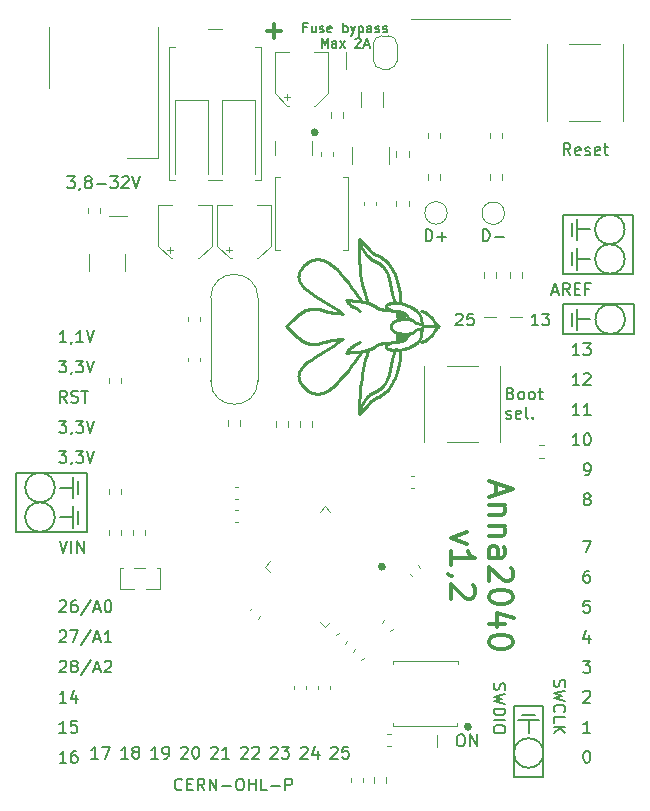
<source format=gbr>
%TF.GenerationSoftware,KiCad,Pcbnew,(6.0.8)*%
%TF.CreationDate,2022-12-17T17:30:56+01:00*%
%TF.ProjectId,anac_2040,616e6163-5f32-4303-9430-2e6b69636164,rev?*%
%TF.SameCoordinates,Original*%
%TF.FileFunction,Legend,Top*%
%TF.FilePolarity,Positive*%
%FSLAX46Y46*%
G04 Gerber Fmt 4.6, Leading zero omitted, Abs format (unit mm)*
G04 Created by KiCad (PCBNEW (6.0.8)) date 2022-12-17 17:30:56*
%MOMM*%
%LPD*%
G01*
G04 APERTURE LIST*
%ADD10C,0.250000*%
%ADD11C,0.150000*%
%ADD12C,0.000000*%
%ADD13C,0.200000*%
%ADD14C,0.300000*%
%ADD15C,0.120000*%
%ADD16C,0.100000*%
%ADD17C,0.360000*%
G04 APERTURE END LIST*
D10*
X160607271Y-81328393D02*
X160603906Y-81355101D01*
X162450119Y-80892018D02*
X162433262Y-80882140D01*
X160590272Y-80051390D02*
X160626947Y-80060535D01*
X161188695Y-80228832D02*
X161217831Y-80196483D01*
X162606110Y-81071659D02*
X162591778Y-81045605D01*
X156621490Y-85540500D02*
X156934221Y-85152440D01*
X163528737Y-82575023D02*
X163587877Y-82538502D01*
X158623714Y-74787518D02*
X157846046Y-73979038D01*
X160936746Y-79385742D02*
X160974160Y-79457544D01*
X157151656Y-83233248D02*
X157081615Y-83291540D01*
D11*
X176324000Y-72301000D02*
X176324000Y-74101000D01*
D10*
X157155706Y-79209129D02*
X157489510Y-79233446D01*
X161574230Y-83333903D02*
X161739318Y-83289681D01*
X153034799Y-82607108D02*
X153130533Y-82661981D01*
X163939744Y-80602567D02*
X164025045Y-80706817D01*
X155346207Y-76057472D02*
X155507414Y-76170877D01*
X164409870Y-81613673D02*
X164448285Y-81572210D01*
X160590277Y-82769116D02*
X160626952Y-82759971D01*
X160110799Y-86197568D02*
X160151740Y-86130077D01*
X159534383Y-75470787D02*
X159404421Y-75400562D01*
X158153167Y-79309295D02*
X158153167Y-79309295D01*
X161367584Y-80811380D02*
X161283642Y-80825907D01*
D11*
X179150000Y-82050000D02*
X175150000Y-82050000D01*
D10*
X160974160Y-79457544D02*
X160974160Y-79457544D01*
X161194065Y-77891964D02*
X161111316Y-77572375D01*
X155684369Y-82555340D02*
X155893119Y-82529047D01*
X161296460Y-83375731D02*
X161396518Y-83377023D01*
X159248629Y-79721180D02*
X159288742Y-79748193D01*
X159744179Y-79954917D02*
X159821430Y-79970256D01*
X154404708Y-79942709D02*
X154543816Y-79969526D01*
X162475388Y-81905129D02*
X162459292Y-81917456D01*
X159595478Y-82906681D02*
X159668776Y-82884238D01*
X153544121Y-82832719D02*
X153655792Y-82861068D01*
X160777951Y-79008178D02*
X160806033Y-79086103D01*
X160061584Y-80001361D02*
X160226023Y-80014590D01*
X155507414Y-76170877D02*
X155668172Y-76297543D01*
X162222654Y-80819529D02*
X162187171Y-80812254D01*
X153059803Y-76423872D02*
X153223981Y-76246311D01*
X157932697Y-74245545D02*
X157981181Y-74381824D01*
X162050839Y-82119235D02*
X162067177Y-82080635D01*
X160322959Y-79512406D02*
X160285459Y-79529230D01*
X158965772Y-87070475D02*
X159040943Y-87024259D01*
D11*
X171001000Y-117527000D02*
X171001000Y-119527000D01*
D10*
X153145288Y-84788914D02*
X153049220Y-84901309D01*
X162015566Y-80629008D02*
X162033623Y-80664322D01*
X154044148Y-75747986D02*
X154207815Y-75719195D01*
X164409861Y-81206904D02*
X164448276Y-81248376D01*
X161106626Y-82276933D02*
X161102252Y-82301036D01*
X160171566Y-79795385D02*
X160194677Y-79824819D01*
X160226023Y-80014590D02*
X160391449Y-80026405D01*
X162293802Y-80833645D02*
X162222654Y-80819529D01*
X162507006Y-81876260D02*
X162491297Y-81891429D01*
X155263384Y-82635689D02*
X155369176Y-82611434D01*
X161861442Y-82047776D02*
X161754745Y-82045832D01*
D11*
X179150000Y-79550000D02*
G75*
G03*
X179150000Y-82050000I0J-1250000D01*
G01*
D10*
X161100924Y-82393690D02*
X161104319Y-82415806D01*
X164527127Y-81497535D02*
X164567869Y-81464876D01*
X162531370Y-80961004D02*
X162515577Y-80944266D01*
X160714397Y-81725288D02*
X160697687Y-81704759D01*
X155579625Y-82571538D02*
X155684369Y-82555340D01*
X157550599Y-84333531D02*
X158153172Y-83511060D01*
X159287787Y-86899522D02*
X159373807Y-86858051D01*
X158284257Y-79334149D02*
X158349551Y-79348318D01*
X159328709Y-83044275D02*
X159359394Y-83022245D01*
X156516672Y-82478903D02*
X156516672Y-82478903D01*
X163189529Y-82704811D02*
X163263697Y-82686817D01*
X158218796Y-83499352D02*
X158284261Y-83486370D01*
X155988209Y-76586648D02*
X156306064Y-76916761D01*
X159668776Y-82884238D02*
X159744184Y-82865592D01*
X161283642Y-80825907D02*
X161283642Y-80825907D01*
X153223986Y-86574050D02*
X153388158Y-86724308D01*
X163750718Y-80407550D02*
X163800671Y-80453927D01*
X160523641Y-77801588D02*
X160590559Y-78167649D01*
X154697510Y-75756522D02*
X154860201Y-75806853D01*
X160625394Y-81251943D02*
X160618016Y-81276813D01*
X159533129Y-86768477D02*
X159606704Y-86720448D01*
X158724965Y-87935736D02*
X158623719Y-88032996D01*
X160601879Y-81382419D02*
X160601192Y-81410344D01*
X161115129Y-80361632D02*
X161122428Y-80340969D01*
X160251679Y-83272922D02*
X160221850Y-83253179D01*
D11*
X130874000Y-96301000D02*
G75*
G03*
X130874000Y-98801000I0J-1250000D01*
G01*
D10*
X154543821Y-82850830D02*
X154687337Y-82814400D01*
X161913613Y-82345081D02*
X161935465Y-82317296D01*
X160607276Y-81492071D02*
X160603910Y-81465364D01*
X161819761Y-80377778D02*
X161844131Y-80400242D01*
X161970926Y-82046069D02*
X161861442Y-82047776D01*
X159896526Y-87127300D02*
X159718787Y-87245544D01*
X162364343Y-80852419D02*
X162329212Y-80842057D01*
X160229962Y-86844209D02*
X160067090Y-86993890D01*
X158638473Y-87331509D02*
X158697811Y-87275666D01*
X159119599Y-86980290D02*
X159201845Y-86938675D01*
X161264475Y-78237760D02*
X161194065Y-77891964D01*
X157907851Y-75925253D02*
X157930345Y-76275512D01*
X153552292Y-86848267D02*
X153716357Y-86946928D01*
X161578808Y-82594125D02*
X161635181Y-82567650D01*
X155507420Y-86649481D02*
X155668177Y-86522814D01*
X163095375Y-82336085D02*
X163123774Y-82215471D01*
X156905513Y-79332855D02*
X156881917Y-79296581D01*
X159404421Y-75400562D02*
X159280078Y-75325046D01*
X153792167Y-78588845D02*
X153502647Y-78365751D01*
X152759341Y-77216268D02*
X152764715Y-77091954D01*
X163698705Y-80363220D02*
X163750718Y-80407550D01*
X159004980Y-83240829D02*
X159086744Y-83197436D01*
X161867919Y-82396523D02*
X161891088Y-82371477D01*
X155988214Y-86233710D02*
X156306070Y-85903598D01*
X159896521Y-75693213D02*
X159718782Y-75574969D01*
X152759345Y-85604094D02*
X152764720Y-85728408D01*
X153145283Y-78031446D02*
X153049215Y-77919052D01*
X159606704Y-86720448D02*
X159676404Y-86670307D01*
D11*
X134874000Y-98801000D02*
X134874000Y-93801000D01*
D10*
X159004976Y-79579686D02*
X159086740Y-79623078D01*
X158008962Y-82748225D02*
X157648714Y-82931424D01*
X157963127Y-76639329D02*
X158008487Y-77015204D01*
X156860172Y-83561343D02*
X156840343Y-83599967D01*
X160221850Y-83253179D02*
X160196222Y-83232099D01*
X159863607Y-86507580D02*
X159919164Y-86449359D01*
X157387343Y-79746170D02*
X157305121Y-79695478D01*
X160448353Y-77455157D02*
X160487617Y-77625771D01*
X163698715Y-82457111D02*
X163750728Y-82412794D01*
X153034794Y-80213599D02*
X153130528Y-80158691D01*
X159167966Y-79670184D02*
X159208370Y-79695184D01*
X160196222Y-83232099D02*
X160175037Y-83209762D01*
X160299668Y-76977481D02*
X160355525Y-77130717D01*
X160704292Y-84053040D02*
X160727111Y-83971654D01*
X158219966Y-87893395D02*
X158296971Y-87761309D01*
D11*
X179150000Y-82050000D02*
X181150000Y-82050000D01*
D10*
X156860167Y-79259156D02*
X156840338Y-79220533D01*
X157016838Y-79467379D02*
X156957937Y-79402137D01*
X160792104Y-82734482D02*
X160883731Y-82725651D01*
X158756718Y-83350507D02*
X158839942Y-83317187D01*
X156934214Y-77667919D02*
X157244001Y-78072918D01*
X158922704Y-83280686D02*
X159004980Y-83240829D01*
X160663723Y-84219134D02*
X160683172Y-84135539D01*
X159208374Y-83125331D02*
X159248634Y-83099336D01*
D11*
X175924000Y-81352000D02*
X175924000Y-80252000D01*
D10*
X162515577Y-80944266D02*
X162499539Y-80929097D01*
X163263688Y-80133451D02*
X163334535Y-80155707D01*
X162953506Y-82626838D02*
X162991884Y-82570028D01*
X156516672Y-82478903D02*
X156088272Y-82764415D01*
D11*
X130874000Y-96301000D02*
G75*
G03*
X130874000Y-93801000I0J1250000D01*
G01*
D10*
X159456277Y-82964930D02*
X159524557Y-82933415D01*
X158008958Y-80072270D02*
X157648709Y-79889072D01*
X161109069Y-80382801D02*
X161115129Y-80361632D01*
X161743426Y-82502878D02*
X161794838Y-82463955D01*
X161913608Y-80475419D02*
X161935460Y-80503203D01*
D11*
X130874000Y-93801000D02*
G75*
G03*
X130874000Y-96301000I0J-1250000D01*
G01*
D10*
X152285510Y-80836902D02*
X152436824Y-80686329D01*
D12*
G36*
X161401251Y-81972903D02*
G01*
X161432049Y-81975079D01*
X161493857Y-81981958D01*
X161554605Y-81989471D01*
X161584080Y-81992438D01*
X161612688Y-81994332D01*
X161626379Y-81994442D01*
X161640119Y-81995116D01*
X161653878Y-81996349D01*
X161667625Y-81998135D01*
X161681327Y-82000466D01*
X161694954Y-82003337D01*
X161708475Y-82006742D01*
X161721858Y-82010674D01*
X161735072Y-82015127D01*
X161748085Y-82020095D01*
X161760867Y-82025572D01*
X161773387Y-82031551D01*
X161785612Y-82038027D01*
X161797512Y-82044993D01*
X161809056Y-82052443D01*
X161820212Y-82060370D01*
X161830949Y-82068769D01*
X161841236Y-82077633D01*
X161851041Y-82086956D01*
X161860334Y-82096732D01*
X161869082Y-82106955D01*
X161877256Y-82117618D01*
X161884822Y-82128716D01*
X161891752Y-82140241D01*
X161898012Y-82152188D01*
X161903572Y-82164551D01*
X161908400Y-82177323D01*
X161912466Y-82190499D01*
X161915738Y-82204071D01*
X161918184Y-82218034D01*
X161919774Y-82232382D01*
X161920477Y-82247108D01*
X161920477Y-82247110D01*
X161921380Y-82259217D01*
X161921760Y-82271228D01*
X161921626Y-82283135D01*
X161920991Y-82294931D01*
X161919864Y-82306610D01*
X161918257Y-82318164D01*
X161916181Y-82329587D01*
X161913646Y-82340871D01*
X161910664Y-82352010D01*
X161907247Y-82362996D01*
X161903403Y-82373823D01*
X161899146Y-82384484D01*
X161894485Y-82394972D01*
X161889432Y-82405279D01*
X161883997Y-82415399D01*
X161878192Y-82425325D01*
X161872028Y-82435050D01*
X161865516Y-82444567D01*
X161858666Y-82453869D01*
X161851489Y-82462949D01*
X161843997Y-82471800D01*
X161836201Y-82480415D01*
X161819739Y-82496910D01*
X161802191Y-82512378D01*
X161783644Y-82526763D01*
X161764188Y-82540009D01*
X161743909Y-82552062D01*
X161627913Y-82614323D01*
X161597677Y-82629530D01*
X161567029Y-82643956D01*
X161536012Y-82657282D01*
X161504669Y-82669190D01*
X161473041Y-82679361D01*
X161441171Y-82687475D01*
X161409101Y-82693214D01*
X161393003Y-82695094D01*
X161376872Y-82696260D01*
X161360711Y-82696673D01*
X161344527Y-82696293D01*
X161328324Y-82695080D01*
X161312108Y-82692995D01*
X161295884Y-82689997D01*
X161279657Y-82686046D01*
X161263432Y-82681103D01*
X161247216Y-82675129D01*
X161226316Y-82664631D01*
X161206729Y-82652881D01*
X161188442Y-82639950D01*
X161171440Y-82625906D01*
X161155712Y-82610821D01*
X161141242Y-82594763D01*
X161128019Y-82577803D01*
X161116028Y-82560011D01*
X161105256Y-82541457D01*
X161095691Y-82522211D01*
X161087318Y-82502342D01*
X161080124Y-82481920D01*
X161074096Y-82461016D01*
X161069221Y-82439700D01*
X161065485Y-82418041D01*
X161062874Y-82396109D01*
X161061376Y-82373974D01*
X161060978Y-82351706D01*
X161061665Y-82329376D01*
X161063424Y-82307052D01*
X161066243Y-82284806D01*
X161070107Y-82262706D01*
X161075003Y-82240824D01*
X161080919Y-82219228D01*
X161087840Y-82197988D01*
X161095754Y-82177176D01*
X161104646Y-82156860D01*
X161114504Y-82137110D01*
X161125315Y-82117997D01*
X161137064Y-82099590D01*
X161149739Y-82081960D01*
X161163326Y-82065175D01*
X161173339Y-82052003D01*
X161183863Y-82040052D01*
X161194873Y-82029270D01*
X161206343Y-82019605D01*
X161218249Y-82011006D01*
X161230566Y-82003423D01*
X161243268Y-81996803D01*
X161256330Y-81991096D01*
X161269728Y-81986249D01*
X161283435Y-81982212D01*
X161297428Y-81978933D01*
X161311681Y-81976362D01*
X161340865Y-81973134D01*
X161370789Y-81972118D01*
X161401251Y-81972903D01*
G37*
D10*
X160974160Y-79457496D02*
X161085341Y-79451705D01*
X163800681Y-82366432D02*
X163848731Y-82318300D01*
X162491444Y-83002731D02*
X162581509Y-82951554D01*
X163800671Y-80453927D02*
X163848721Y-80502073D01*
X161935460Y-80503203D02*
X161956611Y-80532415D01*
X152895475Y-85129109D02*
X152839069Y-85245039D01*
X160226028Y-82805917D02*
X160391454Y-82794100D01*
X160363934Y-83323301D02*
X160322963Y-83308065D01*
X159718782Y-75574969D02*
X159534383Y-75470787D01*
X153130533Y-82661981D02*
X153229210Y-82712407D01*
X163644483Y-82499106D02*
X163698715Y-82457111D01*
X160061588Y-82819146D02*
X160226028Y-82805917D01*
X157155711Y-83611320D02*
X157489515Y-83587011D01*
X161155902Y-82151868D02*
X161142183Y-82177415D01*
X160683172Y-84135539D02*
X160704292Y-84053040D01*
X162989377Y-80367043D02*
X163019411Y-80421671D01*
X160400174Y-85530493D02*
X160445303Y-85365378D01*
X161462715Y-82636814D02*
X161521243Y-82617075D01*
X160261041Y-82935360D02*
X160304774Y-82904621D01*
X164567869Y-81464876D02*
X164609701Y-81435705D01*
X154534532Y-87095892D02*
X154697515Y-87063837D01*
X153223981Y-76246311D02*
X153388153Y-76096053D01*
X162610331Y-81720649D02*
X162610331Y-81720649D01*
X159880102Y-76312951D02*
X159934944Y-76371172D01*
X160974160Y-79457544D02*
X160848743Y-79444829D01*
X162759218Y-80096868D02*
X162817366Y-80150645D01*
X157387347Y-83074326D02*
X157305126Y-83125018D01*
X160555731Y-80040744D02*
X160590272Y-80051390D01*
X154139231Y-82904231D02*
X154269890Y-82895315D01*
X162381765Y-80858577D02*
X162364343Y-80852419D01*
X157016843Y-83353119D02*
X156957942Y-83418361D01*
X158608787Y-79418422D02*
X158673053Y-79439696D01*
X156516667Y-80341442D02*
X156088267Y-80055934D01*
X158156714Y-85406866D02*
X158230611Y-85013052D01*
X160985808Y-81909429D02*
X160924541Y-81881677D01*
X155369176Y-82611434D02*
X155474575Y-82590143D01*
X158284261Y-83486370D02*
X158349556Y-83472202D01*
X161171681Y-82126096D02*
X161155902Y-82151868D01*
X161112743Y-82252498D02*
X161106626Y-82276933D01*
D11*
X176324000Y-79902000D02*
X176324000Y-81702000D01*
X173500000Y-113527000D02*
X171000000Y-113527000D01*
D10*
X159208370Y-79695184D02*
X159248629Y-79721180D01*
X161794838Y-82463955D02*
X161819766Y-82442724D01*
X162620102Y-81099871D02*
X162606110Y-81071659D01*
X164609701Y-81435705D02*
X164652782Y-81410299D01*
X153880321Y-87021297D02*
X154044153Y-87072374D01*
X163184696Y-81235922D02*
X162620102Y-81099871D01*
X160481103Y-80009422D02*
X160555735Y-80040756D01*
X159986540Y-76431320D02*
X160035034Y-76493360D01*
X163124200Y-80757033D02*
X163184696Y-81235922D01*
X161651418Y-80779875D02*
X161552060Y-80787986D01*
X163334535Y-80155707D02*
X163402219Y-80181948D01*
X159456272Y-79855585D02*
X159524552Y-79887098D01*
X160067085Y-75826623D02*
X159896521Y-75693213D01*
X153544117Y-79987815D02*
X153655787Y-79959435D01*
X157941181Y-87216425D02*
X158001913Y-86530427D01*
X162186275Y-82008266D02*
X162151504Y-82016732D01*
X160555735Y-82779761D02*
X160555735Y-82779761D01*
X152596011Y-82281104D02*
X152764038Y-82420116D01*
X161690131Y-82537338D02*
X161743426Y-82502878D01*
X162620102Y-81099871D02*
X162620102Y-81099871D01*
X160883727Y-80094854D02*
X161079315Y-80112516D01*
X162067172Y-80739857D02*
X162082606Y-80780156D01*
X161124187Y-81957201D02*
X161052359Y-81934607D01*
X159676404Y-86670307D02*
X159742363Y-86618090D01*
X153502652Y-84454609D02*
X153253306Y-84677174D01*
X161956611Y-80532415D02*
X161977031Y-80563094D01*
D11*
X130874000Y-98802000D02*
G75*
G03*
X130874000Y-96302000I0J1250000D01*
G01*
D10*
X161552060Y-80787986D02*
X161457252Y-80798613D01*
X160505239Y-83358686D02*
X160408132Y-83336871D01*
X162483273Y-80915398D02*
X162466794Y-80903071D01*
X160682307Y-81683606D02*
X160668259Y-81661829D01*
X161217841Y-82623781D02*
X161249660Y-82653326D01*
X161249650Y-80166938D02*
X161283646Y-80140372D01*
X160194682Y-82995696D02*
X160224424Y-82965746D01*
X161861437Y-80772715D02*
X161754740Y-80774659D01*
X163848721Y-80502073D02*
X163939744Y-80602567D01*
X163111873Y-80101996D02*
X163189520Y-80115455D01*
X157846046Y-73979038D02*
X157846046Y-73979038D01*
X162914617Y-80258504D02*
X162954590Y-80312668D01*
X161122438Y-82479291D02*
X161130912Y-82499427D01*
X157988197Y-79283832D02*
X158153167Y-79309295D01*
X152827206Y-85985552D02*
X152885588Y-86118906D01*
X161124182Y-80863288D02*
X161052354Y-80885880D01*
X154207819Y-87101164D02*
X154371290Y-87108669D01*
X160732438Y-81745190D02*
X160714397Y-81725288D01*
X162416240Y-80873340D02*
X162399069Y-80865518D01*
D11*
X175150000Y-79551000D02*
X175150000Y-82051000D01*
D10*
X162015571Y-82191487D02*
X162033628Y-82156173D01*
X156881922Y-83523918D02*
X156860172Y-83561343D01*
X159900264Y-82837726D02*
X159980403Y-82827521D01*
X158230611Y-85013052D02*
X158317867Y-84612061D01*
X152764720Y-85728408D02*
X152787128Y-85855473D01*
X160794199Y-76759808D02*
X160667258Y-76534006D01*
X162151918Y-80803784D02*
X162117022Y-80793335D01*
X162491297Y-81891429D02*
X162475388Y-81905129D01*
X160751808Y-81764464D02*
X160732438Y-81745190D01*
X159359389Y-79798273D02*
X159390901Y-79818798D01*
X162954590Y-80312668D02*
X162989377Y-80367043D01*
X161142183Y-82177415D02*
X161130458Y-82202717D01*
X163066964Y-80531848D02*
X163100733Y-80643526D01*
X156822510Y-83639837D02*
X156822510Y-83639837D01*
X160190167Y-86060843D02*
X160226215Y-85989903D01*
X162426586Y-81938388D02*
X162410000Y-81947188D01*
X161151125Y-80282234D02*
X161162746Y-80263811D01*
X157550591Y-78486830D02*
X158153163Y-79309304D01*
X155022573Y-86945901D02*
X155184586Y-86862027D01*
X163189520Y-80115455D02*
X163263688Y-80133451D01*
X160974165Y-83362900D02*
X160848748Y-83375615D01*
X161180968Y-80124480D02*
X161232255Y-80131930D01*
X160224420Y-79854771D02*
X160261036Y-79885158D01*
X153716353Y-75873432D02*
X153880317Y-75799064D01*
X160665612Y-80068375D02*
X160706121Y-80075106D01*
X163939753Y-82217838D02*
X164025055Y-82113620D01*
D11*
X179150000Y-79550000D02*
X181150000Y-79550000D01*
D10*
X158034156Y-74518981D02*
X158092411Y-74656157D01*
X160304774Y-82904621D02*
X160355868Y-82873609D01*
X163019411Y-80421671D02*
X163066964Y-80531848D01*
X155579626Y-80248812D02*
X155684369Y-80265010D01*
D11*
X175924000Y-73751000D02*
X175924000Y-72651000D01*
D10*
X161996698Y-82225218D02*
X162015571Y-82191487D01*
X157244008Y-84747443D02*
X157550599Y-84333531D01*
X161130903Y-80320834D02*
X161140489Y-80301248D01*
X161977031Y-80563094D02*
X161996693Y-80595279D01*
X152764715Y-77091954D02*
X152787124Y-76964889D01*
X154697515Y-87063837D02*
X154860206Y-87013506D01*
X157822482Y-83556961D02*
X157988202Y-83536676D01*
X161209655Y-80746292D02*
X161189571Y-80720137D01*
X154269885Y-79925067D02*
X154404708Y-79942709D01*
X158912245Y-75701704D02*
X158984482Y-75750061D01*
X159390906Y-83001719D02*
X159456277Y-82964930D01*
X160154842Y-79766550D02*
X160171566Y-79795385D01*
X157656188Y-79247147D02*
X157822477Y-79263530D01*
D11*
X134074000Y-97001000D02*
X134074000Y-98101000D01*
X173501000Y-117527000D02*
X173501000Y-119527000D01*
D10*
X157860660Y-74192400D02*
X157869529Y-74429818D01*
X158479585Y-83439992D02*
X158544297Y-83421794D01*
X162133803Y-79719456D02*
X162249594Y-79773763D01*
X160727487Y-79441733D02*
X160612336Y-79447599D01*
X161209665Y-82073969D02*
X161189580Y-82100123D01*
X159390901Y-79818798D02*
X159456272Y-79855585D01*
X157893354Y-75590052D02*
X157907851Y-75925253D01*
X163466897Y-80211895D02*
X163528728Y-80245273D01*
X162466794Y-80903071D02*
X162450119Y-80892018D01*
X152285515Y-81984107D02*
X152436829Y-82134622D01*
D11*
X173501000Y-119527000D02*
X171001000Y-119527000D01*
D10*
X160625399Y-81568521D02*
X160618021Y-81543651D01*
X157489515Y-83587011D02*
X157656193Y-83573325D01*
X161366218Y-83808128D02*
X161322035Y-84209650D01*
X152962910Y-86255798D02*
X153059807Y-86396490D01*
X153655792Y-82861068D02*
X153771017Y-82882823D01*
X160806038Y-83734366D02*
X160835931Y-83657622D01*
X161794833Y-80356547D02*
X161819761Y-80377778D01*
X152436824Y-80686329D02*
X152596006Y-80539782D01*
X158382411Y-87632635D02*
X158477134Y-87508231D01*
X154850937Y-79282265D02*
X154116777Y-78814563D01*
X159373807Y-86858051D02*
X159455542Y-86814357D01*
D11*
X176324000Y-73201000D02*
X177424000Y-73201000D01*
X181124000Y-71951000D02*
X181124000Y-76951000D01*
D10*
X161180973Y-82696025D02*
X161232260Y-82688575D01*
X160146969Y-83161649D02*
X160140572Y-83136037D01*
X160772501Y-81037364D02*
X160751803Y-81056008D01*
X152797151Y-77457690D02*
X152770364Y-77338093D01*
X161935465Y-82317296D02*
X161956616Y-82288083D01*
X163184705Y-81584597D02*
X162610331Y-81720649D01*
X161231987Y-80772606D02*
X161209655Y-80746292D01*
X164025045Y-80706817D02*
X164334255Y-81117089D01*
X160644161Y-81616412D02*
X160634112Y-81592775D01*
X160123289Y-76622963D02*
X160163337Y-76690454D01*
X160817878Y-81001971D02*
X160772501Y-81037364D01*
X163644474Y-80321212D02*
X163698705Y-80363220D01*
D11*
X179124000Y-76951000D02*
G75*
G03*
X179124000Y-74451000I0J1250000D01*
G01*
D10*
X154012614Y-82904834D02*
X154139231Y-82904231D01*
X155346212Y-86762886D02*
X155507420Y-86649481D01*
X152839064Y-77575323D02*
X152797151Y-77457690D01*
X160158534Y-79634242D02*
X160146964Y-79658848D01*
X160067207Y-86263278D02*
X160110799Y-86197568D01*
X159138930Y-75840246D02*
X159221340Y-75881861D01*
X162282971Y-83102319D02*
X162392090Y-83052995D01*
X164652777Y-81410242D02*
X163278003Y-81408993D01*
X163587867Y-80281804D02*
X163644474Y-80321212D01*
X154687337Y-82814400D02*
X154835382Y-82767940D01*
X164025055Y-82113620D02*
X164334265Y-81703466D01*
X160848743Y-79444829D02*
X160727487Y-79441733D01*
X152787128Y-85855473D02*
X152827206Y-85985552D01*
X160384626Y-86677155D02*
X160229962Y-86844209D01*
X152787124Y-76964889D02*
X152827201Y-76834810D01*
X163402229Y-82638331D02*
X163466907Y-82608392D01*
X160530560Y-76328891D02*
X160384621Y-76143358D01*
X154207815Y-75719195D02*
X154371285Y-75711690D01*
X160806033Y-79086103D02*
X160835926Y-79162841D01*
X162050835Y-80701258D02*
X162067172Y-80739857D01*
X162817366Y-80150645D02*
X162869020Y-80204510D01*
X161296451Y-79444717D02*
X161396509Y-79443496D01*
X159534388Y-87349725D02*
X159404425Y-87419948D01*
X156822506Y-79180663D02*
X156988940Y-79196034D01*
X155184581Y-75958331D02*
X155346207Y-76057472D01*
X155684369Y-80265010D02*
X155893118Y-80291301D01*
X159595474Y-79913830D02*
X159668771Y-79936273D01*
X153229210Y-82712407D02*
X153330952Y-82757959D01*
X161140499Y-82519013D02*
X161151134Y-82538028D01*
X160196217Y-79588387D02*
X160175032Y-79610727D01*
X162033533Y-83198041D02*
X162163611Y-83150677D01*
X160235987Y-76830628D02*
X160268877Y-76903238D01*
X163111883Y-82718268D02*
X163111883Y-82718268D01*
X162082606Y-80780156D02*
X161970922Y-80774422D01*
X155893118Y-80291301D02*
X156101180Y-80311315D01*
X163141688Y-82092716D02*
X163184705Y-81584597D01*
X160612336Y-79447599D02*
X160505234Y-79461771D01*
X163111873Y-80101996D02*
X163111873Y-80101996D01*
X156881917Y-79296581D02*
X156860167Y-79259156D01*
X154850942Y-83538090D02*
X154116782Y-84005795D01*
X159625415Y-76100085D02*
X159694671Y-76150225D01*
X157822477Y-79263530D02*
X157988197Y-79283832D01*
X158414663Y-79363751D02*
X158479580Y-79380528D01*
X158317867Y-84612061D02*
X158419809Y-84205372D01*
X160144268Y-83082110D02*
X160154847Y-83053960D01*
D11*
X171699000Y-114301000D02*
X172799000Y-114301000D01*
D10*
X156988945Y-83624431D02*
X157155711Y-83611320D01*
X161122428Y-80340969D02*
X161130903Y-80320834D01*
X161079320Y-82707989D02*
X161180973Y-82696025D01*
X154116782Y-84005795D02*
X153792171Y-84231514D01*
X159934944Y-76371172D02*
X159986540Y-76431320D01*
X161130449Y-80617541D02*
X161120656Y-80592506D01*
X160615117Y-78344225D02*
X160645913Y-78516714D01*
X160667263Y-86286507D02*
X160530565Y-86491622D01*
X158068716Y-77401637D02*
X158146104Y-77797130D01*
X161283661Y-82679885D02*
X161343693Y-82667907D01*
X153330952Y-82757959D02*
X153435882Y-82798206D01*
X161098471Y-80472101D02*
X161098947Y-80449125D01*
X159046230Y-75160047D02*
X158935713Y-75071517D01*
X152941882Y-80272523D02*
X153034794Y-80213599D01*
X158673058Y-83380824D02*
X158756718Y-83350507D01*
X161396518Y-83377023D02*
X161574230Y-83333903D01*
X160974169Y-83362900D02*
X161085351Y-83368693D01*
X154371285Y-75711690D02*
X154534527Y-75724466D01*
X160140567Y-79684464D02*
X160139586Y-79711007D01*
X161977036Y-82257403D02*
X161996698Y-82225218D01*
X161162756Y-82556451D02*
X161188705Y-82591431D01*
X163111883Y-82718268D02*
X163111883Y-82718268D01*
X159821435Y-82850252D02*
X159900264Y-82837726D01*
X163076054Y-82395522D02*
X163095375Y-82336085D01*
X158477134Y-87508231D02*
X158581985Y-87388956D01*
X162596368Y-81748862D02*
X162582118Y-81774917D01*
X156840338Y-79220533D02*
X156822506Y-79180663D01*
X160936751Y-83434705D02*
X160974165Y-83362900D01*
X153330947Y-80062641D02*
X153435877Y-80022360D01*
X162392090Y-83052995D02*
X162491444Y-83002731D01*
X160590563Y-84652887D02*
X160615122Y-84476304D01*
X158092411Y-74656157D02*
X158156734Y-74792495D01*
X161322030Y-78610867D02*
X161264475Y-78237760D01*
X160363929Y-79497166D02*
X160322959Y-79512406D01*
X158544293Y-79398725D02*
X158608787Y-79418422D01*
X161457257Y-82021878D02*
X161367588Y-82009111D01*
X161651423Y-82040616D02*
X161552065Y-82032505D01*
X156905517Y-83487644D02*
X156881922Y-83523918D01*
X154943193Y-80091313D02*
X155050437Y-80126138D01*
X161106616Y-80543325D02*
X161102242Y-80519222D01*
X161322035Y-84209650D02*
X161264480Y-84582756D01*
X159307337Y-75921014D02*
X159307337Y-75921014D01*
X159167971Y-83150331D02*
X159208374Y-83125331D01*
X161130912Y-82499427D02*
X161140499Y-82519013D01*
X160481108Y-82811098D02*
X160555740Y-82779763D01*
X154835377Y-80052405D02*
X154835377Y-80052405D01*
X162433262Y-80882140D02*
X162416240Y-80873340D01*
X160349343Y-85689816D02*
X160400174Y-85530493D01*
X153889912Y-79922892D02*
X154012609Y-79915589D01*
X160667258Y-76534006D02*
X160530560Y-76328891D01*
X154687332Y-80005948D02*
X154835377Y-80052405D01*
X152941887Y-82548221D02*
X153034799Y-82607108D01*
X151739417Y-81410669D02*
X152285510Y-80836902D01*
X161739318Y-83289681D02*
X161892261Y-83244385D01*
X159288742Y-79748193D02*
X159328705Y-79776245D01*
X160154847Y-83053960D02*
X160171571Y-83025128D01*
X160618016Y-81276813D02*
X160611975Y-81302296D01*
X158839942Y-83317187D02*
X158922704Y-83280686D01*
X163334545Y-82664565D02*
X163402229Y-82638331D01*
X164567859Y-81355728D02*
X164609692Y-81384902D01*
X155664457Y-79785633D02*
X154850937Y-79282265D01*
X162694142Y-80043139D02*
X162759218Y-80096868D01*
X161111321Y-85248140D02*
X161016749Y-85542626D01*
X160634108Y-81227689D02*
X160625394Y-81251943D01*
X161120666Y-82227752D02*
X161112743Y-82252498D01*
X153049220Y-84901309D02*
X152965737Y-85014619D01*
X162117022Y-80793335D02*
X162099748Y-80787123D01*
X154404712Y-82877658D02*
X154543821Y-82850830D01*
X161891088Y-82371477D02*
X161913613Y-82345081D01*
X163528728Y-80245273D02*
X163587867Y-80281804D01*
X160144263Y-79738397D02*
X160154842Y-79766550D01*
X160175032Y-79610727D02*
X160158534Y-79634242D01*
X161192750Y-79447449D02*
X161296451Y-79444717D01*
X153502647Y-78365751D02*
X153253302Y-78143186D01*
X158008487Y-77015204D02*
X158068716Y-77401637D01*
X162082611Y-82040334D02*
X162082611Y-82040334D01*
X159280083Y-87495462D02*
X159160855Y-87575792D01*
X159821871Y-76256696D02*
X159880102Y-76312951D01*
X160848748Y-83375615D02*
X160727492Y-83378714D01*
X155474575Y-82590143D02*
X155579625Y-82571538D01*
X161396518Y-83377023D02*
X161396518Y-83377023D01*
D11*
X179124000Y-74451000D02*
G75*
G03*
X179124000Y-76951000I0J-1250000D01*
G01*
D10*
X161367588Y-82009111D02*
X161283646Y-81994584D01*
D11*
X130874000Y-98802000D02*
X134874000Y-98801000D01*
D10*
X161151134Y-82538028D02*
X161162756Y-82556451D01*
X153229205Y-80108228D02*
X153330947Y-80062641D01*
X159980403Y-82827521D02*
X160061588Y-82819146D01*
X161457252Y-80798613D02*
X161367584Y-80811380D01*
X158031105Y-88301550D02*
X158087880Y-88164374D01*
X162099725Y-82033387D02*
X162082616Y-82040387D01*
X162562158Y-80999578D02*
X162546902Y-80979408D01*
X152839069Y-85245039D02*
X152797155Y-85362671D01*
X163111883Y-82718268D02*
X163189529Y-82704811D01*
X162909172Y-82682925D02*
X162953506Y-82626838D01*
X157472422Y-83025415D02*
X157387347Y-83074326D01*
X159288747Y-83072325D02*
X159328709Y-83044275D01*
X159694671Y-76150225D02*
X159760109Y-76202441D01*
X163100733Y-80643526D02*
X163124200Y-80757033D01*
X158156734Y-74792495D02*
X158227915Y-74927136D01*
X161844136Y-82420259D02*
X161867919Y-82396523D01*
X160590559Y-78167649D02*
X160615117Y-78344225D01*
X162567594Y-81798912D02*
X162552808Y-81820946D01*
D11*
X173149000Y-114701000D02*
X171349000Y-114701000D01*
D10*
X161102242Y-80519222D02*
X161099548Y-80495474D01*
D12*
G36*
X161385679Y-80123003D02*
G01*
X161400872Y-80124421D01*
X161416020Y-80126666D01*
X161431089Y-80129752D01*
X161446046Y-80133694D01*
X161460858Y-80138505D01*
X161475492Y-80144201D01*
X161510932Y-80155381D01*
X161547035Y-80167913D01*
X161583418Y-80181882D01*
X161619694Y-80197372D01*
X161655480Y-80214468D01*
X161690390Y-80233255D01*
X161724039Y-80253817D01*
X161756044Y-80276238D01*
X161771309Y-80288173D01*
X161786018Y-80300605D01*
X161800124Y-80313544D01*
X161813577Y-80327001D01*
X161826331Y-80340987D01*
X161838337Y-80355511D01*
X161849547Y-80370586D01*
X161859912Y-80386220D01*
X161869386Y-80402426D01*
X161877918Y-80419213D01*
X161885463Y-80436591D01*
X161891970Y-80454573D01*
X161897393Y-80473168D01*
X161901683Y-80492387D01*
X161904792Y-80512240D01*
X161906672Y-80532737D01*
X161906667Y-80532735D01*
X161907154Y-80549786D01*
X161906582Y-80566806D01*
X161904964Y-80583735D01*
X161902317Y-80600511D01*
X161898654Y-80617074D01*
X161893992Y-80633361D01*
X161888345Y-80649313D01*
X161881728Y-80664868D01*
X161874156Y-80679965D01*
X161865643Y-80694543D01*
X161856206Y-80708541D01*
X161845859Y-80721897D01*
X161834617Y-80734551D01*
X161828665Y-80740596D01*
X161822494Y-80746441D01*
X161816108Y-80752081D01*
X161809507Y-80757507D01*
X161802693Y-80762712D01*
X161795669Y-80767687D01*
X161770717Y-80781422D01*
X161745091Y-80793190D01*
X161718861Y-80803159D01*
X161692096Y-80811491D01*
X161664865Y-80818353D01*
X161637236Y-80823909D01*
X161609279Y-80828324D01*
X161581063Y-80831762D01*
X161552656Y-80834390D01*
X161524127Y-80836372D01*
X161466981Y-80839056D01*
X161410175Y-80841134D01*
X161354261Y-80843926D01*
X161332297Y-80841526D01*
X161311122Y-80837560D01*
X161290745Y-80832096D01*
X161271172Y-80825202D01*
X161252414Y-80816948D01*
X161234477Y-80807401D01*
X161217370Y-80796630D01*
X161201102Y-80784704D01*
X161185679Y-80771690D01*
X161171112Y-80757657D01*
X161157407Y-80742674D01*
X161144573Y-80726809D01*
X161132618Y-80710130D01*
X161121551Y-80692706D01*
X161111379Y-80674605D01*
X161102111Y-80655896D01*
X161093755Y-80636647D01*
X161086319Y-80616927D01*
X161074241Y-80576345D01*
X161065941Y-80534699D01*
X161061485Y-80492535D01*
X161060940Y-80450400D01*
X161062154Y-80429516D01*
X161064369Y-80408843D01*
X161067596Y-80388452D01*
X161071840Y-80368411D01*
X161077112Y-80348787D01*
X161083418Y-80329650D01*
X161088143Y-80314576D01*
X161093687Y-80299958D01*
X161100014Y-80285810D01*
X161107093Y-80272147D01*
X161114889Y-80258982D01*
X161123371Y-80246331D01*
X161132504Y-80234206D01*
X161142255Y-80222623D01*
X161152592Y-80211596D01*
X161163480Y-80201139D01*
X161174888Y-80191266D01*
X161186780Y-80181992D01*
X161199126Y-80173331D01*
X161211890Y-80165297D01*
X161225041Y-80157904D01*
X161238544Y-80151167D01*
X161252367Y-80145100D01*
X161266476Y-80139718D01*
X161280839Y-80135034D01*
X161295421Y-80131062D01*
X161310191Y-80127818D01*
X161325114Y-80125315D01*
X161340158Y-80123568D01*
X161355288Y-80122591D01*
X161370473Y-80122397D01*
X161385679Y-80123003D01*
G37*
D10*
X160777956Y-83812299D02*
X160806038Y-83734366D01*
X161283656Y-80140620D02*
X161343688Y-80152598D01*
X159328705Y-79776245D02*
X159359389Y-79798273D01*
X157930345Y-76275512D02*
X157963127Y-76639329D01*
X158414667Y-83456768D02*
X158479585Y-83439992D01*
X159201845Y-86938675D02*
X159287787Y-86899522D01*
X158490497Y-75312302D02*
X158597000Y-75431578D01*
X161724837Y-79554928D02*
X162008038Y-79664908D01*
X157846046Y-73979049D02*
X157932697Y-74245545D01*
X159248634Y-83099336D02*
X159288747Y-83072325D01*
X157226356Y-79642630D02*
X157151651Y-79587249D01*
X162581509Y-82951554D02*
X162662762Y-82899492D01*
X161052359Y-81934607D02*
X160985808Y-81909429D01*
X152797155Y-85362671D02*
X152770369Y-85482269D01*
X160868559Y-80969114D02*
X160817878Y-81001971D01*
X162522502Y-81859521D02*
X162507006Y-81876260D01*
X163466907Y-82608392D02*
X163528737Y-82575023D01*
X161189580Y-82100123D02*
X161171681Y-82126096D01*
X160883731Y-82725651D02*
X161079320Y-82707989D01*
X162621701Y-79989416D02*
X162694142Y-80043139D01*
X161396509Y-79443496D02*
X161724837Y-79554928D01*
X162393276Y-81955010D02*
X162376426Y-81961951D01*
X153388158Y-86724308D02*
X153552292Y-86848267D01*
X159524557Y-82933415D02*
X159595478Y-82906681D01*
X160794204Y-86060705D02*
X160667263Y-86286507D01*
X160706121Y-80075106D02*
X160748332Y-80080923D01*
X160704287Y-78767459D02*
X160727106Y-78848837D01*
X160727111Y-83971654D02*
X160751656Y-83891401D01*
X162221133Y-82000993D02*
X162186275Y-82008266D01*
X159404425Y-87419948D02*
X159280083Y-87495462D01*
X152885583Y-76701456D02*
X152962905Y-76564564D01*
X164527117Y-81323064D02*
X164567859Y-81355728D01*
X157988202Y-83536676D02*
X158153172Y-83511225D01*
X157244001Y-78072918D02*
X157550591Y-78486830D01*
X158153167Y-79309295D02*
X158218792Y-79321167D01*
X161016744Y-77277888D02*
X160910867Y-77007401D01*
X160194677Y-79824819D02*
X160224420Y-79854771D01*
X160140572Y-83136037D02*
X160139591Y-83109497D01*
X159328705Y-79776245D02*
X159328705Y-79776245D01*
X153059803Y-76423872D02*
X153059803Y-76423872D01*
X161283646Y-81994584D02*
X161201285Y-81977197D01*
X159160850Y-75244716D02*
X159046230Y-75160047D01*
X159742363Y-86618090D02*
X159804719Y-86563836D01*
X160611980Y-81518167D02*
X160607276Y-81492071D01*
D11*
X173501000Y-117527000D02*
X173501000Y-113527000D01*
X134074000Y-94500000D02*
X134074000Y-95600000D01*
D10*
X161403455Y-82653654D02*
X161462715Y-82636814D01*
X156088272Y-82764415D02*
X155664461Y-83034718D01*
X158537766Y-83794467D02*
X158673063Y-83380826D01*
D11*
X179124000Y-74451000D02*
G75*
G03*
X179124000Y-71951000I0J1250000D01*
G01*
D10*
X154860201Y-75806853D02*
X155022568Y-75874457D01*
X155369178Y-80208917D02*
X155474577Y-80230208D01*
X159280078Y-75325046D02*
X159160850Y-75244716D01*
X155050438Y-82694210D02*
X155157152Y-82663188D01*
X160384621Y-76143358D02*
X160229957Y-75976303D01*
X157226360Y-83177866D02*
X157151656Y-83233248D01*
X158544297Y-83421794D02*
X158608792Y-83402097D01*
X160732433Y-81075281D02*
X160714393Y-81095182D01*
X163184696Y-81235922D02*
X163184696Y-81235922D01*
X153253302Y-78143186D02*
X153145283Y-78031446D01*
X164609692Y-81384902D02*
X164652773Y-81410309D01*
X153880317Y-75799064D02*
X154044148Y-75747986D01*
X160445303Y-85365378D02*
X160485817Y-85194764D01*
X159359394Y-83022245D02*
X159390906Y-83001719D01*
X160355868Y-82873609D02*
X160414565Y-82842408D01*
X161188705Y-82591431D02*
X161217841Y-82623781D01*
X161142173Y-80642843D02*
X161130449Y-80617541D01*
X161194069Y-84928551D02*
X161111321Y-85248140D01*
X155893119Y-82529047D02*
X156101183Y-82509032D01*
X157648714Y-82931424D02*
X157472422Y-83025415D01*
X158296971Y-87761309D02*
X158382411Y-87632635D01*
X160505234Y-79461771D02*
X160408127Y-79483592D01*
X158153172Y-83511225D02*
X158218796Y-83499352D01*
X152851674Y-82485747D02*
X152941887Y-82548221D01*
X162163611Y-83150677D02*
X162282971Y-83102319D01*
X161891083Y-80449024D02*
X161913608Y-80475419D01*
X162116918Y-82027177D02*
X162099725Y-82033387D01*
X161201285Y-81977197D02*
X161124187Y-81957201D01*
D11*
X171001000Y-117527000D02*
G75*
G03*
X173501000Y-117527000I1250000J0D01*
G01*
D10*
X162452987Y-79881823D02*
X162541462Y-79935657D01*
X161256630Y-80799056D02*
X161231987Y-80772606D01*
X155050437Y-80126138D02*
X155157153Y-80157162D01*
X161098957Y-82371133D02*
X161100924Y-82393690D01*
X163587877Y-82538502D02*
X163644483Y-82499106D01*
X160404705Y-77290040D02*
X160448353Y-77455157D01*
X162800734Y-82792818D02*
X162858407Y-82738260D01*
X156840343Y-83599967D02*
X156822510Y-83639837D01*
X157489510Y-79233446D02*
X157656188Y-79247147D01*
X160139591Y-83109497D02*
X160144268Y-83082110D01*
X160612340Y-83372852D02*
X160505239Y-83358686D01*
X159919164Y-86449359D02*
X159971525Y-86389210D01*
X152770364Y-77338093D02*
X152759341Y-77216268D01*
D11*
X171001000Y-117527000D02*
X171001000Y-113527000D01*
D10*
X157656193Y-83573325D02*
X157822482Y-83556961D01*
D11*
X176324000Y-75702000D02*
X177424000Y-75702000D01*
D10*
X161098947Y-80449125D02*
X161100915Y-80426569D01*
X159455542Y-86814357D02*
X159533129Y-86768477D01*
X160835926Y-79162841D02*
X160867657Y-79238372D01*
X159307337Y-75921014D02*
X159393301Y-75962484D01*
X158419809Y-84205372D02*
X158537766Y-83794467D01*
X157472417Y-79795081D02*
X157387343Y-79746170D01*
X161099548Y-80495474D02*
X161098471Y-80472101D01*
X157151651Y-79587249D02*
X157081610Y-79528957D01*
X153889916Y-82897555D02*
X154012614Y-82904834D01*
X155184586Y-86862027D02*
X155346212Y-86762886D01*
X161104309Y-80404454D02*
X161109069Y-80382801D01*
X159160855Y-87575792D02*
X159046235Y-87660461D01*
X161635181Y-82567650D02*
X161690131Y-82537338D01*
X159127422Y-79646156D02*
X159167966Y-79670184D01*
X152764034Y-80400700D02*
X152851669Y-80335034D01*
X158242941Y-78200182D02*
X158361519Y-78609293D01*
X160261036Y-79885158D02*
X160304769Y-79915899D01*
X160163337Y-76690454D02*
X160200855Y-76759688D01*
X161578803Y-80226380D02*
X161635176Y-80252855D01*
X158394008Y-75187897D02*
X158490497Y-75312302D01*
X164448276Y-81248376D02*
X164487309Y-81287188D01*
X162376426Y-81961951D02*
X162359462Y-81968109D01*
D11*
X176324000Y-80802000D02*
X177424000Y-80802000D01*
D10*
X160146964Y-79658848D02*
X160140567Y-79684464D01*
D11*
X133674000Y-95050000D02*
X132574000Y-95050000D01*
D10*
X157879190Y-74970822D02*
X157893354Y-75590052D01*
X153130528Y-80158691D02*
X153229205Y-80108228D01*
X161396514Y-83377088D02*
X161366218Y-83808128D01*
X154012609Y-79915589D02*
X154139226Y-79916170D01*
D11*
X175924000Y-76252000D02*
X175924000Y-75152000D01*
D10*
X162459292Y-81917456D02*
X162443020Y-81928510D01*
X152885588Y-86118906D02*
X152962910Y-86255798D01*
X161552065Y-82032505D02*
X161457257Y-82021878D01*
X162591778Y-81045605D02*
X162577122Y-81021610D01*
X161956616Y-82288083D02*
X161977036Y-82257403D01*
X160322963Y-83308065D02*
X160285464Y-83291244D01*
X158893978Y-87118831D02*
X158965772Y-87070475D01*
X160792099Y-80086023D02*
X160883727Y-80094854D01*
X161249660Y-82653326D02*
X161283656Y-82679892D01*
X153435882Y-82798206D02*
X153544121Y-82832719D01*
X154835377Y-80052405D02*
X154943193Y-80091313D01*
X162499539Y-80929097D02*
X162483273Y-80915398D01*
X159474873Y-76006177D02*
X159552196Y-76052057D01*
X158608792Y-83402097D02*
X158673058Y-83380824D01*
X160697682Y-81115709D02*
X160682302Y-81136861D01*
X160751803Y-81056008D02*
X160732433Y-81075281D01*
X155157152Y-82663188D02*
X155263384Y-82635689D01*
X158349556Y-83472202D02*
X158414667Y-83456768D01*
X160067090Y-86993890D02*
X159896526Y-87127300D01*
X160522806Y-85018948D02*
X160590563Y-84652887D01*
X156822506Y-79180663D02*
X156822506Y-79180663D01*
X154835382Y-82767940D02*
X154835382Y-82767940D01*
X161283642Y-80825907D02*
X161201280Y-80843293D01*
X164334255Y-81117089D02*
X164409861Y-81206904D01*
X160835931Y-83657622D02*
X160867662Y-83582085D01*
X157305126Y-83125018D02*
X157226360Y-83177866D01*
X154835382Y-82767940D02*
X154943196Y-82729035D01*
X158146104Y-77797130D02*
X158242941Y-78200182D01*
X161867914Y-80423978D02*
X161891083Y-80449024D01*
X158839937Y-79503331D02*
X158922700Y-79539830D01*
X160682302Y-81136861D02*
X160668254Y-81158637D01*
X161754740Y-80774659D02*
X161651418Y-80779875D01*
X162410000Y-81947188D02*
X162393276Y-81955010D01*
X161521243Y-82617075D02*
X161578808Y-82594125D01*
X160391449Y-80026405D02*
X160555731Y-80040744D01*
X152965737Y-85014619D02*
X152895475Y-85129109D01*
X161100915Y-80426569D02*
X161104309Y-80404454D01*
X156516667Y-80341442D02*
X156516667Y-80341442D01*
X160751656Y-83891401D02*
X160777956Y-83812299D01*
X161192759Y-83372962D02*
X161296460Y-83375731D01*
X155157153Y-80157162D02*
X155263385Y-80184662D01*
X160603910Y-81465364D02*
X160601884Y-81438047D01*
X153771012Y-79937651D02*
X153889912Y-79922892D01*
X158581985Y-87388956D02*
X158638473Y-87331509D01*
X161343688Y-80152598D02*
X161403450Y-80166851D01*
X161162746Y-80263811D02*
X161188695Y-80228832D01*
X160485817Y-85194764D02*
X160522806Y-85018948D01*
X161189571Y-80720137D02*
X161171671Y-80694163D01*
X161256639Y-82021207D02*
X161231997Y-82047656D01*
X158654253Y-75489025D02*
X158714305Y-75544869D01*
X159718787Y-87245544D02*
X159534388Y-87349725D01*
X161115139Y-82458628D02*
X161122438Y-82479291D01*
X152436829Y-82134622D02*
X152596011Y-82281104D01*
X162443020Y-81928510D02*
X162426586Y-81938388D01*
X161283646Y-80825623D02*
X161256630Y-80799056D01*
X158306744Y-75059223D02*
X158394008Y-75187897D01*
X159086744Y-83197436D02*
X159127426Y-83174359D01*
X162151504Y-82016732D02*
X162116918Y-82027177D01*
X158673058Y-83380824D02*
X158673058Y-83380824D01*
X158150551Y-88028036D02*
X158219966Y-87893395D01*
X158094851Y-85792020D02*
X158156714Y-85406866D01*
X163402219Y-80181948D02*
X163466897Y-80211895D01*
X160665616Y-82752130D02*
X160706126Y-82745399D01*
X160634112Y-81592775D02*
X160625399Y-81568521D01*
X158756713Y-79470012D02*
X158839937Y-79503331D01*
D11*
X179124000Y-71950000D02*
X181124000Y-71951000D01*
X128874000Y-98801000D02*
X128874000Y-93801000D01*
D10*
X154860206Y-87013506D02*
X155022573Y-86945901D01*
X161844131Y-80400242D02*
X161867914Y-80423978D01*
X158001913Y-86530427D02*
X158043693Y-86167034D01*
X156957937Y-79402137D02*
X156905513Y-79332855D01*
X163123774Y-82215471D02*
X163141688Y-82092716D01*
X158984482Y-75750061D02*
X159060010Y-75796277D01*
X160151740Y-86130077D02*
X160190167Y-86060843D01*
X160645917Y-84303805D02*
X160663723Y-84219134D01*
X156101180Y-80311315D02*
X156516667Y-80341442D01*
D11*
X130874000Y-98802000D02*
X128874000Y-98801000D01*
D10*
X160748332Y-80080923D02*
X160792099Y-80086023D01*
X161264480Y-84582756D02*
X161194069Y-84928551D01*
X160910871Y-85813113D02*
X160794204Y-86060705D01*
X157648709Y-79889072D02*
X157472417Y-79795081D01*
X160221846Y-79567303D02*
X160196217Y-79588387D01*
X158349551Y-79348318D02*
X158414663Y-79363751D01*
X154139226Y-79916170D02*
X154269885Y-79925067D01*
X160285459Y-79529230D02*
X160251674Y-79547556D01*
X159971525Y-86389210D02*
X160020827Y-86327171D01*
X160615122Y-84476304D02*
X160645917Y-84303805D01*
X158935717Y-87748992D02*
X158828796Y-87840909D01*
X161079315Y-80112516D02*
X161180968Y-80124480D01*
X159668771Y-79936273D02*
X159744179Y-79954917D01*
X152770369Y-85482269D02*
X152759345Y-85604094D01*
X161098480Y-82348158D02*
X161098957Y-82371133D01*
D11*
X130874000Y-93801000D02*
X134874000Y-93801000D01*
D10*
X162546902Y-80979408D02*
X162531370Y-80961004D01*
X160355863Y-79946911D02*
X160414560Y-79978113D01*
X161396509Y-79443432D02*
X161366213Y-79012390D01*
X160668259Y-81661829D02*
X160655543Y-81639431D01*
X160020827Y-86327171D02*
X160067207Y-86263278D01*
X154534527Y-75724466D02*
X154697510Y-75756522D01*
X160867662Y-83582085D02*
X160901259Y-83507773D01*
X153792171Y-84231514D02*
X153502652Y-84454609D01*
X155828453Y-86383890D02*
X155988214Y-86233710D01*
X158828796Y-87840909D02*
X158724965Y-87935736D01*
X162082606Y-80780156D02*
X162082606Y-80780156D01*
X160901254Y-79312679D02*
X160936746Y-79385742D01*
X152965732Y-77805742D02*
X152895470Y-77691253D01*
X157846051Y-88841489D02*
X157902037Y-87838167D01*
X160655538Y-81181035D02*
X160644156Y-81204052D01*
X161155893Y-80668391D02*
X161142173Y-80642843D01*
D11*
X176324000Y-74802000D02*
X176324000Y-76602000D01*
D10*
X153716357Y-86946928D02*
X153880321Y-87021297D01*
X161085341Y-79451705D02*
X161192750Y-79447449D01*
X153655787Y-79959435D02*
X153771012Y-79937651D01*
X158777256Y-75599001D02*
X158843203Y-75651316D01*
X160251674Y-79547556D02*
X160221846Y-79567303D01*
X160618021Y-81543651D02*
X160611980Y-81518167D01*
X160901259Y-83507773D02*
X160936751Y-83434705D01*
X155474577Y-80230208D02*
X155579626Y-80248812D01*
X158922700Y-79539830D02*
X159004976Y-79579686D01*
X163052682Y-82454343D02*
X163076054Y-82395522D01*
X162662762Y-82899492D02*
X162735678Y-82846571D01*
X160772505Y-81783109D02*
X160751808Y-81764464D01*
X162577122Y-81021610D02*
X162562158Y-80999578D01*
X160817883Y-81818505D02*
X160772505Y-81783109D01*
X161462710Y-80183691D02*
X161521238Y-80203429D01*
X156306070Y-85903598D02*
X156621490Y-85540500D01*
X162067177Y-82080635D02*
X162082611Y-82040334D01*
X158825457Y-87169220D02*
X158893978Y-87118831D01*
X158714305Y-75544869D02*
X158777256Y-75599001D01*
X160645913Y-78516714D02*
X160663719Y-78601379D01*
X162869020Y-80204510D02*
X162914617Y-80258504D01*
X160304769Y-79915899D02*
X160355863Y-79946911D01*
X160868564Y-81851365D02*
X160817883Y-81818505D01*
X156088267Y-80055934D02*
X155664457Y-79785633D01*
X157305121Y-79695478D02*
X157226356Y-79642630D01*
X160590563Y-84652887D02*
X160590563Y-84652887D01*
X155263385Y-80184662D02*
X155369178Y-80208917D01*
X160697687Y-81704759D02*
X160682307Y-81683606D01*
X163024785Y-82512520D02*
X163052682Y-82454343D01*
X162290716Y-81986881D02*
X162221133Y-82000993D01*
X160663719Y-78601379D02*
X160683168Y-78684967D01*
X158361519Y-78609293D02*
X158504128Y-79022964D01*
X156957942Y-83418361D02*
X156905517Y-83487644D01*
X163750728Y-82412794D02*
X163800681Y-82366432D01*
X158935713Y-75071517D02*
X158828792Y-74979601D01*
X159060010Y-75796277D02*
X159138930Y-75840246D01*
X154044153Y-87072374D02*
X154207819Y-87101164D01*
X162355843Y-79827872D02*
X162452987Y-79881823D01*
X160487617Y-77625771D02*
X160523641Y-77801588D01*
X160035034Y-76493360D02*
X160080570Y-76557253D01*
X161819766Y-82442724D02*
X161844136Y-82420259D01*
X158597000Y-75431578D02*
X158654253Y-75489025D01*
X161016749Y-85542626D02*
X160910871Y-85813113D01*
X158227915Y-74927136D02*
X158306744Y-75059223D01*
X160867657Y-79238372D02*
X160901254Y-79312679D01*
X162033623Y-80664322D02*
X162050835Y-80701258D01*
X160555731Y-80040744D02*
X160555731Y-80040744D01*
X159221340Y-75881861D02*
X159307337Y-75921014D01*
X160668254Y-81158637D02*
X160655538Y-81181035D01*
X161403450Y-80166851D02*
X161462710Y-80183691D01*
X161201280Y-80843293D02*
X161124182Y-80863288D01*
D11*
X181150000Y-79550000D02*
X181150000Y-82050000D01*
D10*
X161283646Y-81994584D02*
X161283646Y-81994584D01*
X161120656Y-80592506D02*
X161112733Y-80567760D01*
X154269890Y-82895315D02*
X154404712Y-82877658D01*
X160285464Y-83291244D02*
X160251679Y-83272922D01*
X160706126Y-82745399D02*
X160748337Y-82739582D01*
D11*
X179150000Y-82050000D02*
G75*
G03*
X179150000Y-79550000I0J1250000D01*
G01*
D10*
X159127426Y-83174359D02*
X159167971Y-83150331D01*
X160171571Y-83025128D02*
X160194682Y-82995696D01*
X164334265Y-81703466D02*
X164409870Y-81613673D01*
X160414565Y-82842408D02*
X160481108Y-82811098D01*
X162359462Y-81968109D02*
X162325243Y-81978471D01*
X159980399Y-79992986D02*
X160061584Y-80001361D01*
X160229957Y-75976303D02*
X160067085Y-75826623D01*
X162249594Y-79773763D02*
X162355843Y-79827872D01*
X160611975Y-81302296D02*
X160607271Y-81328393D01*
X161366213Y-79012390D02*
X161322030Y-78610867D01*
X153435877Y-80022360D02*
X153544117Y-79987815D01*
X162325243Y-81978471D02*
X162290716Y-81986881D01*
X160224424Y-82965746D02*
X160261041Y-82935360D01*
X157869529Y-74429818D02*
X157879190Y-74970822D01*
X153049215Y-77919052D02*
X152965732Y-77805742D01*
X154116777Y-78814563D02*
X153792167Y-78588845D01*
X162610331Y-81720649D02*
X162596368Y-81748862D01*
X158843203Y-75651316D02*
X158912245Y-75701704D01*
X157846046Y-73979038D02*
X157860660Y-74192400D01*
X162735678Y-82846571D02*
X162800734Y-82792818D01*
X160260020Y-85917294D02*
X160291719Y-85843051D01*
D11*
X179150000Y-79550000D02*
X175150000Y-79550000D01*
D10*
X161109078Y-82437459D02*
X161115139Y-82458628D01*
X159821430Y-79970256D02*
X159900259Y-79982782D01*
X153552287Y-75972094D02*
X153716353Y-75873432D01*
X162858407Y-82738260D02*
X162909172Y-82682925D01*
X157979381Y-88438707D02*
X158031105Y-88301550D01*
X161099558Y-82324785D02*
X161098480Y-82348158D01*
X160727106Y-78848837D02*
X160751651Y-78929083D01*
X164448285Y-81572210D02*
X164487318Y-81533405D01*
X161283656Y-80140620D02*
X161283656Y-80140620D01*
D11*
X179124000Y-76951000D02*
X175124000Y-76951000D01*
X179124000Y-71950000D02*
X175124000Y-71951000D01*
D10*
X162187171Y-80812254D02*
X162151918Y-80803784D01*
X162552808Y-81820946D02*
X162537774Y-81841116D01*
D11*
X175124000Y-71951000D02*
X175124000Y-76951000D01*
D10*
X155022568Y-75874457D02*
X155184581Y-75958331D01*
X160626952Y-82759971D02*
X160665616Y-82752130D01*
X160751651Y-78929083D02*
X160777951Y-79008178D01*
D11*
X179124000Y-71950000D02*
G75*
G03*
X179124000Y-74450000I0J-1250000D01*
G01*
D10*
X161052354Y-80885880D02*
X160985804Y-80911057D01*
X162008038Y-79664908D02*
X162133803Y-79719456D01*
X154943196Y-82729035D02*
X155050438Y-82694210D01*
X158479580Y-79380528D02*
X158544293Y-79398725D01*
X160200855Y-76759688D02*
X160235987Y-76830628D01*
X158087880Y-88164374D02*
X158150551Y-88028036D01*
X157846051Y-88841489D02*
X157846051Y-88841489D01*
X159040943Y-87024259D02*
X159119599Y-86980290D01*
X164487318Y-81533405D02*
X164527127Y-81497535D01*
X160655543Y-81639431D02*
X160644161Y-81616412D01*
X162399069Y-80865518D02*
X162381765Y-80858577D01*
X159287787Y-86899522D02*
X159287787Y-86899522D01*
X153059807Y-86396490D02*
X153059807Y-86396490D01*
X158697811Y-87275666D02*
X158760103Y-87221534D01*
X154543816Y-79969526D02*
X154687332Y-80005948D01*
X163263697Y-82686817D02*
X163334545Y-82664565D01*
X160530565Y-86491622D02*
X160384626Y-86677155D01*
X157902037Y-87838167D02*
X157941181Y-87216425D01*
X161754745Y-82045832D02*
X161651423Y-82040616D01*
X159534383Y-75470787D02*
X159534383Y-75470787D01*
X156822510Y-83639837D02*
X156988945Y-83624431D01*
X163111873Y-80101996D02*
X163111873Y-80101996D01*
X153388153Y-76096053D02*
X153552287Y-75972094D01*
X154371290Y-87108669D02*
X154534532Y-87095892D01*
X159534388Y-87349725D02*
X159534388Y-87349725D01*
D11*
X130874000Y-93801000D02*
X128874000Y-93801000D01*
D10*
X159328709Y-83044275D02*
X159328709Y-83044275D01*
X157081610Y-79528957D02*
X157016838Y-79467379D01*
X159744184Y-82865592D02*
X159821435Y-82850252D01*
X152827201Y-76834810D02*
X152885583Y-76701456D01*
X160158538Y-83186252D02*
X160146969Y-83161649D01*
X156101183Y-82509032D02*
X156516672Y-82478903D01*
X160683168Y-78684967D02*
X160704287Y-78767459D01*
X161690126Y-80283166D02*
X161743422Y-80317626D01*
X160268877Y-76903238D02*
X160299668Y-76977481D01*
X160590559Y-78167649D02*
X160590559Y-78167649D01*
X156621484Y-77279859D02*
X156934214Y-77667919D01*
X157931862Y-88574988D02*
X157979381Y-88438707D01*
X160408127Y-79483592D02*
X160363929Y-79497166D01*
X161130458Y-82202717D02*
X161120666Y-82227752D01*
X160748337Y-82739582D02*
X160792104Y-82734482D01*
X156988940Y-79196034D02*
X157155706Y-79209129D01*
X160139586Y-79711007D02*
X160144263Y-79738397D01*
X158828792Y-74979601D02*
X158724961Y-74884776D01*
X162033628Y-82156173D02*
X162050839Y-82119235D01*
X160555735Y-82779761D02*
X160590277Y-82769116D01*
X160910867Y-77007401D02*
X160794199Y-76759808D01*
X161231997Y-82047656D02*
X161209665Y-82073969D01*
X162582118Y-81774917D02*
X162567594Y-81798912D01*
X152764038Y-82420116D02*
X152851674Y-82485747D01*
X158153172Y-83511225D02*
X158153172Y-83511225D01*
X160355525Y-77130717D02*
X160404705Y-77290040D01*
X161085351Y-83368693D02*
X161192759Y-83372962D01*
X161104319Y-82415806D02*
X161109078Y-82437459D01*
D11*
X173501000Y-117527000D02*
G75*
G03*
X171001000Y-117527000I-1250000J0D01*
G01*
D10*
X160391454Y-82794100D02*
X160555735Y-82779761D01*
X162099748Y-80787123D02*
X162082611Y-80780121D01*
X161171671Y-80694163D02*
X161155893Y-80668391D01*
X160924541Y-81881677D02*
X160868564Y-81851365D01*
X163184705Y-81584597D02*
X163184705Y-81584597D01*
X160714393Y-81095182D02*
X160697682Y-81115709D01*
X160601884Y-81438047D02*
X160601197Y-81410123D01*
X161970922Y-80774422D02*
X161861437Y-80772715D01*
X159900259Y-79982782D02*
X159980399Y-79992986D01*
X161283656Y-81994642D02*
X161256639Y-82021207D01*
X159046235Y-87660461D02*
X158935717Y-87748992D01*
X160603906Y-81355101D02*
X160601879Y-81382419D01*
X158760103Y-87221534D02*
X158825457Y-87169220D01*
X160985804Y-80911057D02*
X160924536Y-80938805D01*
X160924536Y-80938805D02*
X160868559Y-80969114D01*
X152596006Y-80539782D02*
X152764034Y-80400700D01*
X159804719Y-86563836D02*
X159863607Y-86507580D01*
X157846051Y-88841487D02*
X157931862Y-88574988D01*
X156306064Y-76916761D02*
X156621484Y-77279859D01*
D11*
X172249000Y-114701000D02*
X172249000Y-115801000D01*
D10*
X162537774Y-81841116D02*
X162522502Y-81859521D01*
X155668177Y-86522814D02*
X155828453Y-86383890D01*
X161283661Y-82679885D02*
X161283661Y-82679885D01*
X161343693Y-82667907D02*
X161403455Y-82653654D01*
X161111316Y-77572375D02*
X161016744Y-77277888D01*
X161996693Y-80595279D02*
X162015566Y-80629008D01*
X160414560Y-79978113D02*
X160481103Y-80009422D01*
X153771017Y-82882823D02*
X153889916Y-82897555D01*
X161743422Y-80317626D02*
X161794833Y-80356547D01*
X160226215Y-85989903D02*
X160260020Y-85917294D01*
X152895470Y-77691253D02*
X152839064Y-77575323D01*
X153253306Y-84677174D02*
X153145288Y-84788914D01*
X152962905Y-76564564D02*
X153059803Y-76423872D01*
X159524552Y-79887098D02*
X159595474Y-79913830D01*
X161112733Y-80567760D02*
X161106616Y-80543325D01*
X163848731Y-82318300D02*
X163939753Y-82217838D01*
D11*
X133674000Y-95950000D02*
X133674000Y-94150000D01*
D10*
X162541462Y-79935657D02*
X162621701Y-79989416D01*
X158043693Y-86167034D02*
X158094851Y-85792020D01*
X161102252Y-82301036D02*
X161099558Y-82324785D01*
D11*
X133674000Y-97551000D02*
X132574000Y-97551000D01*
D10*
X161140489Y-80301248D02*
X161151125Y-80282234D01*
X152851669Y-80335034D02*
X152941882Y-80272523D01*
X160974165Y-83362900D02*
X160974165Y-83362900D01*
X159086740Y-79623078D02*
X159127422Y-79646156D01*
X157981181Y-74381824D02*
X158034156Y-74518981D01*
X158504128Y-79022964D02*
X158673058Y-79439696D01*
X156934221Y-85152440D02*
X157244008Y-84747443D01*
X160408132Y-83336871D02*
X160363934Y-83323301D01*
X158673053Y-79439696D02*
X158673053Y-79439696D01*
X158623719Y-88032996D02*
X157846051Y-88841489D01*
X151739422Y-81410454D02*
X152285515Y-81984107D01*
X158673053Y-79439696D02*
X158756713Y-79470012D01*
X160727492Y-83378714D02*
X160612340Y-83372852D01*
X159760109Y-76202441D02*
X159821871Y-76256696D01*
D11*
X179124000Y-76951000D02*
X181124000Y-76951000D01*
D10*
X155664461Y-83034718D02*
X154850942Y-83538090D01*
X162991884Y-82570028D02*
X163024785Y-82512520D01*
X153059807Y-86396490D02*
X153223986Y-86574050D01*
X161892261Y-83244385D02*
X162033533Y-83198041D01*
X159393301Y-75962484D02*
X159474873Y-76006177D01*
X155668172Y-76297543D02*
X155828447Y-76436468D01*
X161396509Y-79443496D02*
X161396509Y-79443496D01*
X160644156Y-81204052D02*
X160634108Y-81227689D01*
X159552196Y-76052057D02*
X159625415Y-76100085D01*
X160080570Y-76557253D02*
X160123289Y-76622963D01*
X155828447Y-76436468D02*
X155988209Y-76586648D01*
X158218792Y-79321167D02*
X158284257Y-79334149D01*
X158724961Y-74884776D02*
X158623714Y-74787518D01*
X162082611Y-82040334D02*
X161970926Y-82046069D01*
X160175037Y-83209762D02*
X160158538Y-83186252D01*
X160291719Y-85843051D02*
X160349343Y-85689816D01*
X161217831Y-80196483D02*
X161249650Y-80166938D01*
X157081615Y-83291540D02*
X157016843Y-83353119D01*
X162329212Y-80842057D02*
X162293802Y-80833645D01*
X164487309Y-81287188D02*
X164527117Y-81323064D01*
X161232260Y-82688575D02*
X161283661Y-82679885D01*
X160626947Y-80060535D02*
X160665612Y-80068375D01*
X161521238Y-80203429D02*
X161578803Y-80226380D01*
D11*
X133674000Y-98451000D02*
X133674000Y-96651000D01*
D10*
X161232255Y-80131930D02*
X161283656Y-80140620D01*
X161635176Y-80252855D02*
X161690126Y-80283166D01*
D13*
X166088095Y-80427619D02*
X166135714Y-80380000D01*
X166230952Y-80332380D01*
X166469047Y-80332380D01*
X166564285Y-80380000D01*
X166611904Y-80427619D01*
X166659523Y-80522857D01*
X166659523Y-80618095D01*
X166611904Y-80760952D01*
X166040476Y-81332380D01*
X166659523Y-81332380D01*
X167564285Y-80332380D02*
X167088095Y-80332380D01*
X167040476Y-80808571D01*
X167088095Y-80760952D01*
X167183333Y-80713333D01*
X167421428Y-80713333D01*
X167516666Y-80760952D01*
X167564285Y-80808571D01*
X167611904Y-80903809D01*
X167611904Y-81141904D01*
X167564285Y-81237142D01*
X167516666Y-81284761D01*
X167421428Y-81332380D01*
X167183333Y-81332380D01*
X167088095Y-81284761D01*
X167040476Y-81237142D01*
X177364476Y-102095237D02*
X177174000Y-102095237D01*
X177078761Y-102142857D01*
X177031142Y-102190476D01*
X176935904Y-102333333D01*
X176888285Y-102523809D01*
X176888285Y-102904761D01*
X176935904Y-102999999D01*
X176983523Y-103047618D01*
X177078761Y-103095237D01*
X177269238Y-103095237D01*
X177364476Y-103047618D01*
X177412095Y-102999999D01*
X177459714Y-102904761D01*
X177459714Y-102666666D01*
X177412095Y-102571428D01*
X177364476Y-102523809D01*
X177269238Y-102476190D01*
X177078761Y-102476190D01*
X176983523Y-102523809D01*
X176935904Y-102571428D01*
X176888285Y-102666666D01*
X147899595Y-117098619D02*
X147947214Y-117051000D01*
X148042452Y-117003380D01*
X148280547Y-117003380D01*
X148375785Y-117051000D01*
X148423404Y-117098619D01*
X148471023Y-117193857D01*
X148471023Y-117289095D01*
X148423404Y-117431952D01*
X147851976Y-118003380D01*
X148471023Y-118003380D01*
X148851976Y-117098619D02*
X148899595Y-117051000D01*
X148994833Y-117003380D01*
X149232928Y-117003380D01*
X149328166Y-117051000D01*
X149375785Y-117098619D01*
X149423404Y-117193857D01*
X149423404Y-117289095D01*
X149375785Y-117431952D01*
X148804357Y-118003380D01*
X149423404Y-118003380D01*
X177126380Y-117352380D02*
X177221619Y-117352380D01*
X177316857Y-117400000D01*
X177364476Y-117447619D01*
X177412095Y-117542857D01*
X177459714Y-117733333D01*
X177459714Y-117971428D01*
X177412095Y-118161904D01*
X177364476Y-118257142D01*
X177316857Y-118304761D01*
X177221619Y-118352380D01*
X177126380Y-118352380D01*
X177031142Y-118304761D01*
X176983523Y-118257142D01*
X176935904Y-118161904D01*
X176888285Y-117971428D01*
X176888285Y-117733333D01*
X176935904Y-117542857D01*
X176983523Y-117447619D01*
X177031142Y-117400000D01*
X177126380Y-117352380D01*
X133145428Y-87853380D02*
X132812095Y-87377190D01*
X132574000Y-87853380D02*
X132574000Y-86853380D01*
X132954952Y-86853380D01*
X133050190Y-86901000D01*
X133097809Y-86948619D01*
X133145428Y-87043857D01*
X133145428Y-87186714D01*
X133097809Y-87281952D01*
X133050190Y-87329571D01*
X132954952Y-87377190D01*
X132574000Y-87377190D01*
X133526381Y-87805761D02*
X133669238Y-87853380D01*
X133907333Y-87853380D01*
X134002571Y-87805761D01*
X134050190Y-87758142D01*
X134097809Y-87662904D01*
X134097809Y-87567666D01*
X134050190Y-87472428D01*
X134002571Y-87424809D01*
X133907333Y-87377190D01*
X133716857Y-87329571D01*
X133621619Y-87281952D01*
X133574000Y-87234333D01*
X133526381Y-87139095D01*
X133526381Y-87043857D01*
X133574000Y-86948619D01*
X133621619Y-86901000D01*
X133716857Y-86853380D01*
X133954952Y-86853380D01*
X134097809Y-86901000D01*
X134383524Y-86853380D02*
X134954952Y-86853380D01*
X134669238Y-87853380D02*
X134669238Y-86853380D01*
X155512095Y-117098619D02*
X155559714Y-117051000D01*
X155654952Y-117003380D01*
X155893047Y-117003380D01*
X155988285Y-117051000D01*
X156035904Y-117098619D01*
X156083523Y-117193857D01*
X156083523Y-117289095D01*
X156035904Y-117431952D01*
X155464476Y-118003380D01*
X156083523Y-118003380D01*
X156988285Y-117003380D02*
X156512095Y-117003380D01*
X156464476Y-117479571D01*
X156512095Y-117431952D01*
X156607333Y-117384333D01*
X156845428Y-117384333D01*
X156940666Y-117431952D01*
X156988285Y-117479571D01*
X157035904Y-117574809D01*
X157035904Y-117812904D01*
X156988285Y-117908142D01*
X156940666Y-117955761D01*
X156845428Y-118003380D01*
X156607333Y-118003380D01*
X156512095Y-117955761D01*
X156464476Y-117908142D01*
X140858523Y-118003380D02*
X140287095Y-118003380D01*
X140572809Y-118003380D02*
X140572809Y-117003380D01*
X140477571Y-117146238D01*
X140382333Y-117241476D01*
X140287095Y-117289095D01*
X141334714Y-118003380D02*
X141525190Y-118003380D01*
X141620428Y-117955761D01*
X141668047Y-117908142D01*
X141763285Y-117765285D01*
X141810904Y-117574809D01*
X141810904Y-117193857D01*
X141763285Y-117098619D01*
X141715666Y-117051000D01*
X141620428Y-117003380D01*
X141429952Y-117003380D01*
X141334714Y-117051000D01*
X141287095Y-117098619D01*
X141239476Y-117193857D01*
X141239476Y-117431952D01*
X141287095Y-117527190D01*
X141334714Y-117574809D01*
X141429952Y-117622428D01*
X141620428Y-117622428D01*
X141715666Y-117574809D01*
X141763285Y-117527190D01*
X141810904Y-117431952D01*
D14*
X169476666Y-94700000D02*
X169476666Y-95652380D01*
X168905238Y-94509523D02*
X170905238Y-95176190D01*
X168905238Y-95842857D01*
X170238571Y-96509523D02*
X168905238Y-96509523D01*
X170048095Y-96509523D02*
X170143333Y-96604761D01*
X170238571Y-96795238D01*
X170238571Y-97080952D01*
X170143333Y-97271428D01*
X169952857Y-97366666D01*
X168905238Y-97366666D01*
X170238571Y-98319047D02*
X168905238Y-98319047D01*
X170048095Y-98319047D02*
X170143333Y-98414285D01*
X170238571Y-98604761D01*
X170238571Y-98890476D01*
X170143333Y-99080952D01*
X169952857Y-99176190D01*
X168905238Y-99176190D01*
X168905238Y-100985714D02*
X169952857Y-100985714D01*
X170143333Y-100890476D01*
X170238571Y-100700000D01*
X170238571Y-100319047D01*
X170143333Y-100128571D01*
X169000476Y-100985714D02*
X168905238Y-100795238D01*
X168905238Y-100319047D01*
X169000476Y-100128571D01*
X169190952Y-100033333D01*
X169381428Y-100033333D01*
X169571904Y-100128571D01*
X169667142Y-100319047D01*
X169667142Y-100795238D01*
X169762380Y-100985714D01*
X170714761Y-101842857D02*
X170810000Y-101938095D01*
X170905238Y-102128571D01*
X170905238Y-102604761D01*
X170810000Y-102795238D01*
X170714761Y-102890476D01*
X170524285Y-102985714D01*
X170333809Y-102985714D01*
X170048095Y-102890476D01*
X168905238Y-101747619D01*
X168905238Y-102985714D01*
X170905238Y-104223809D02*
X170905238Y-104414285D01*
X170810000Y-104604761D01*
X170714761Y-104700000D01*
X170524285Y-104795238D01*
X170143333Y-104890476D01*
X169667142Y-104890476D01*
X169286190Y-104795238D01*
X169095714Y-104700000D01*
X169000476Y-104604761D01*
X168905238Y-104414285D01*
X168905238Y-104223809D01*
X169000476Y-104033333D01*
X169095714Y-103938095D01*
X169286190Y-103842857D01*
X169667142Y-103747619D01*
X170143333Y-103747619D01*
X170524285Y-103842857D01*
X170714761Y-103938095D01*
X170810000Y-104033333D01*
X170905238Y-104223809D01*
X170238571Y-106604761D02*
X168905238Y-106604761D01*
X171000476Y-106128571D02*
X169571904Y-105652380D01*
X169571904Y-106890476D01*
X170905238Y-108033333D02*
X170905238Y-108223809D01*
X170810000Y-108414285D01*
X170714761Y-108509523D01*
X170524285Y-108604761D01*
X170143333Y-108700000D01*
X169667142Y-108700000D01*
X169286190Y-108604761D01*
X169095714Y-108509523D01*
X169000476Y-108414285D01*
X168905238Y-108223809D01*
X168905238Y-108033333D01*
X169000476Y-107842857D01*
X169095714Y-107747619D01*
X169286190Y-107652380D01*
X169667142Y-107557142D01*
X170143333Y-107557142D01*
X170524285Y-107652380D01*
X170714761Y-107747619D01*
X170810000Y-107842857D01*
X170905238Y-108033333D01*
X167018571Y-98842857D02*
X165685238Y-99319047D01*
X167018571Y-99795238D01*
X165685238Y-101604761D02*
X165685238Y-100461904D01*
X165685238Y-101033333D02*
X167685238Y-101033333D01*
X167399523Y-100842857D01*
X167209047Y-100652380D01*
X167113809Y-100461904D01*
X165780476Y-102557142D02*
X165685238Y-102557142D01*
X165494761Y-102461904D01*
X165399523Y-102366666D01*
X167494761Y-103319047D02*
X167590000Y-103414285D01*
X167685238Y-103604761D01*
X167685238Y-104080952D01*
X167590000Y-104271428D01*
X167494761Y-104366666D01*
X167304285Y-104461904D01*
X167113809Y-104461904D01*
X166828095Y-104366666D01*
X165685238Y-103223809D01*
X165685238Y-104461904D01*
D13*
X132478761Y-89403380D02*
X133097809Y-89403380D01*
X132764475Y-89784333D01*
X132907332Y-89784333D01*
X133002571Y-89831952D01*
X133050190Y-89879571D01*
X133097809Y-89974809D01*
X133097809Y-90212904D01*
X133050190Y-90308142D01*
X133002571Y-90355761D01*
X132907332Y-90403380D01*
X132621618Y-90403380D01*
X132526380Y-90355761D01*
X132478761Y-90308142D01*
X133573999Y-90355761D02*
X133573999Y-90403380D01*
X133526380Y-90498619D01*
X133478761Y-90546238D01*
X133907332Y-89403380D02*
X134526380Y-89403380D01*
X134193047Y-89784333D01*
X134335904Y-89784333D01*
X134431142Y-89831952D01*
X134478761Y-89879571D01*
X134526380Y-89974809D01*
X134526380Y-90212904D01*
X134478761Y-90308142D01*
X134431142Y-90355761D01*
X134335904Y-90403380D01*
X134050190Y-90403380D01*
X133954952Y-90355761D01*
X133907332Y-90308142D01*
X134812094Y-89403380D02*
X135145428Y-90403380D01*
X135478761Y-89403380D01*
X145362095Y-117098619D02*
X145409714Y-117051000D01*
X145504952Y-117003380D01*
X145743047Y-117003380D01*
X145838285Y-117051000D01*
X145885904Y-117098619D01*
X145933523Y-117193857D01*
X145933523Y-117289095D01*
X145885904Y-117431952D01*
X145314476Y-118003380D01*
X145933523Y-118003380D01*
X146885904Y-118003380D02*
X146314476Y-118003380D01*
X146600190Y-118003380D02*
X146600190Y-117003380D01*
X146504952Y-117146238D01*
X146409714Y-117241476D01*
X146314476Y-117289095D01*
X132478761Y-84303380D02*
X133097809Y-84303380D01*
X132764475Y-84684333D01*
X132907332Y-84684333D01*
X133002571Y-84731952D01*
X133050190Y-84779571D01*
X133097809Y-84874809D01*
X133097809Y-85112904D01*
X133050190Y-85208142D01*
X133002571Y-85255761D01*
X132907332Y-85303380D01*
X132621618Y-85303380D01*
X132526380Y-85255761D01*
X132478761Y-85208142D01*
X133573999Y-85255761D02*
X133573999Y-85303380D01*
X133526380Y-85398619D01*
X133478761Y-85446238D01*
X133907332Y-84303380D02*
X134526380Y-84303380D01*
X134193047Y-84684333D01*
X134335904Y-84684333D01*
X134431142Y-84731952D01*
X134478761Y-84779571D01*
X134526380Y-84874809D01*
X134526380Y-85112904D01*
X134478761Y-85208142D01*
X134431142Y-85255761D01*
X134335904Y-85303380D01*
X134050190Y-85303380D01*
X133954952Y-85255761D01*
X133907332Y-85208142D01*
X134812094Y-84303380D02*
X135145428Y-85303380D01*
X135478761Y-84303380D01*
X177412095Y-104638094D02*
X176935904Y-104638094D01*
X176888285Y-105114285D01*
X176935904Y-105066666D01*
X177031142Y-105019047D01*
X177269238Y-105019047D01*
X177364476Y-105066666D01*
X177412095Y-105114285D01*
X177459714Y-105209523D01*
X177459714Y-105447618D01*
X177412095Y-105542856D01*
X177364476Y-105590475D01*
X177269238Y-105638094D01*
X177031142Y-105638094D01*
X176935904Y-105590475D01*
X176888285Y-105542856D01*
X176533523Y-86381380D02*
X175962095Y-86381380D01*
X176247809Y-86381380D02*
X176247809Y-85381380D01*
X176152571Y-85524238D01*
X176057333Y-85619476D01*
X175962095Y-85667095D01*
X176914476Y-85476619D02*
X176962095Y-85429000D01*
X177057333Y-85381380D01*
X177295428Y-85381380D01*
X177390666Y-85429000D01*
X177438285Y-85476619D01*
X177485904Y-85571857D01*
X177485904Y-85667095D01*
X177438285Y-85809952D01*
X176866857Y-86381380D01*
X177485904Y-86381380D01*
D11*
X153442857Y-56098857D02*
X153176190Y-56098857D01*
X153176190Y-56517904D02*
X153176190Y-55717904D01*
X153557142Y-55717904D01*
X154204761Y-55984571D02*
X154204761Y-56517904D01*
X153861904Y-55984571D02*
X153861904Y-56403619D01*
X153900000Y-56479809D01*
X153976190Y-56517904D01*
X154090476Y-56517904D01*
X154166666Y-56479809D01*
X154204761Y-56441714D01*
X154547619Y-56479809D02*
X154623809Y-56517904D01*
X154776190Y-56517904D01*
X154852380Y-56479809D01*
X154890476Y-56403619D01*
X154890476Y-56365523D01*
X154852380Y-56289333D01*
X154776190Y-56251238D01*
X154661904Y-56251238D01*
X154585714Y-56213142D01*
X154547619Y-56136952D01*
X154547619Y-56098857D01*
X154585714Y-56022666D01*
X154661904Y-55984571D01*
X154776190Y-55984571D01*
X154852380Y-56022666D01*
X155538095Y-56479809D02*
X155461904Y-56517904D01*
X155309523Y-56517904D01*
X155233333Y-56479809D01*
X155195238Y-56403619D01*
X155195238Y-56098857D01*
X155233333Y-56022666D01*
X155309523Y-55984571D01*
X155461904Y-55984571D01*
X155538095Y-56022666D01*
X155576190Y-56098857D01*
X155576190Y-56175047D01*
X155195238Y-56251238D01*
X156528571Y-56517904D02*
X156528571Y-55717904D01*
X156528571Y-56022666D02*
X156604761Y-55984571D01*
X156757142Y-55984571D01*
X156833333Y-56022666D01*
X156871428Y-56060761D01*
X156909523Y-56136952D01*
X156909523Y-56365523D01*
X156871428Y-56441714D01*
X156833333Y-56479809D01*
X156757142Y-56517904D01*
X156604761Y-56517904D01*
X156528571Y-56479809D01*
X157176190Y-55984571D02*
X157366666Y-56517904D01*
X157557142Y-55984571D02*
X157366666Y-56517904D01*
X157290476Y-56708380D01*
X157252380Y-56746476D01*
X157176190Y-56784571D01*
X157861904Y-55984571D02*
X157861904Y-56784571D01*
X157861904Y-56022666D02*
X157938095Y-55984571D01*
X158090476Y-55984571D01*
X158166666Y-56022666D01*
X158204761Y-56060761D01*
X158242857Y-56136952D01*
X158242857Y-56365523D01*
X158204761Y-56441714D01*
X158166666Y-56479809D01*
X158090476Y-56517904D01*
X157938095Y-56517904D01*
X157861904Y-56479809D01*
X158928571Y-56517904D02*
X158928571Y-56098857D01*
X158890476Y-56022666D01*
X158814285Y-55984571D01*
X158661904Y-55984571D01*
X158585714Y-56022666D01*
X158928571Y-56479809D02*
X158852380Y-56517904D01*
X158661904Y-56517904D01*
X158585714Y-56479809D01*
X158547619Y-56403619D01*
X158547619Y-56327428D01*
X158585714Y-56251238D01*
X158661904Y-56213142D01*
X158852380Y-56213142D01*
X158928571Y-56175047D01*
X159271428Y-56479809D02*
X159347619Y-56517904D01*
X159500000Y-56517904D01*
X159576190Y-56479809D01*
X159614285Y-56403619D01*
X159614285Y-56365523D01*
X159576190Y-56289333D01*
X159500000Y-56251238D01*
X159385714Y-56251238D01*
X159309523Y-56213142D01*
X159271428Y-56136952D01*
X159271428Y-56098857D01*
X159309523Y-56022666D01*
X159385714Y-55984571D01*
X159500000Y-55984571D01*
X159576190Y-56022666D01*
X159919047Y-56479809D02*
X159995238Y-56517904D01*
X160147619Y-56517904D01*
X160223809Y-56479809D01*
X160261904Y-56403619D01*
X160261904Y-56365523D01*
X160223809Y-56289333D01*
X160147619Y-56251238D01*
X160033333Y-56251238D01*
X159957142Y-56213142D01*
X159919047Y-56136952D01*
X159919047Y-56098857D01*
X159957142Y-56022666D01*
X160033333Y-55984571D01*
X160147619Y-55984571D01*
X160223809Y-56022666D01*
X154719047Y-57805904D02*
X154719047Y-57005904D01*
X154985714Y-57577333D01*
X155252380Y-57005904D01*
X155252380Y-57805904D01*
X155976190Y-57805904D02*
X155976190Y-57386857D01*
X155938095Y-57310666D01*
X155861904Y-57272571D01*
X155709523Y-57272571D01*
X155633333Y-57310666D01*
X155976190Y-57767809D02*
X155900000Y-57805904D01*
X155709523Y-57805904D01*
X155633333Y-57767809D01*
X155595238Y-57691619D01*
X155595238Y-57615428D01*
X155633333Y-57539238D01*
X155709523Y-57501142D01*
X155900000Y-57501142D01*
X155976190Y-57463047D01*
X156280952Y-57805904D02*
X156700000Y-57272571D01*
X156280952Y-57272571D02*
X156700000Y-57805904D01*
X157576190Y-57082095D02*
X157614285Y-57044000D01*
X157690476Y-57005904D01*
X157880952Y-57005904D01*
X157957142Y-57044000D01*
X157995238Y-57082095D01*
X158033333Y-57158285D01*
X158033333Y-57234476D01*
X157995238Y-57348761D01*
X157538095Y-57805904D01*
X158033333Y-57805904D01*
X158338095Y-57577333D02*
X158719047Y-57577333D01*
X158261904Y-57805904D02*
X158528571Y-57005904D01*
X158795238Y-57805904D01*
D13*
X177364476Y-107514285D02*
X177364476Y-108180951D01*
X177126380Y-107133332D02*
X176888285Y-107847618D01*
X177507333Y-107847618D01*
X133097809Y-82753380D02*
X132526380Y-82753380D01*
X132812094Y-82753380D02*
X132812094Y-81753380D01*
X132716856Y-81896238D01*
X132621618Y-81991476D01*
X132526380Y-82039095D01*
X133573999Y-82705761D02*
X133573999Y-82753380D01*
X133526380Y-82848619D01*
X133478761Y-82896238D01*
X134526380Y-82753380D02*
X133954952Y-82753380D01*
X134240666Y-82753380D02*
X134240666Y-81753380D01*
X134145428Y-81896238D01*
X134050190Y-81991476D01*
X133954952Y-82039095D01*
X134812094Y-81753380D02*
X135145428Y-82753380D01*
X135478761Y-81753380D01*
X174400238Y-111339095D02*
X174352619Y-111481952D01*
X174352619Y-111720047D01*
X174400238Y-111815285D01*
X174447857Y-111862904D01*
X174543095Y-111910523D01*
X174638333Y-111910523D01*
X174733571Y-111862904D01*
X174781190Y-111815285D01*
X174828809Y-111720047D01*
X174876428Y-111529571D01*
X174924047Y-111434333D01*
X174971666Y-111386714D01*
X175066904Y-111339095D01*
X175162142Y-111339095D01*
X175257380Y-111386714D01*
X175305000Y-111434333D01*
X175352619Y-111529571D01*
X175352619Y-111767666D01*
X175305000Y-111910523D01*
X175352619Y-112243857D02*
X174352619Y-112481952D01*
X175066904Y-112672428D01*
X174352619Y-112862904D01*
X175352619Y-113101000D01*
X174447857Y-114053380D02*
X174400238Y-114005761D01*
X174352619Y-113862904D01*
X174352619Y-113767666D01*
X174400238Y-113624809D01*
X174495476Y-113529571D01*
X174590714Y-113481952D01*
X174781190Y-113434333D01*
X174924047Y-113434333D01*
X175114523Y-113481952D01*
X175209761Y-113529571D01*
X175305000Y-113624809D01*
X175352619Y-113767666D01*
X175352619Y-113862904D01*
X175305000Y-114005761D01*
X175257380Y-114053380D01*
X174352619Y-114958142D02*
X174352619Y-114481952D01*
X175352619Y-114481952D01*
X174352619Y-115291476D02*
X175352619Y-115291476D01*
X174352619Y-115862904D02*
X174924047Y-115434333D01*
X175352619Y-115862904D02*
X174781190Y-115291476D01*
X132528761Y-99603380D02*
X132862095Y-100603380D01*
X133195428Y-99603380D01*
X133528761Y-100603380D02*
X133528761Y-99603380D01*
X134004952Y-100603380D02*
X134004952Y-99603380D01*
X134576380Y-100603380D01*
X134576380Y-99603380D01*
X142892857Y-120607142D02*
X142845238Y-120654761D01*
X142702380Y-120702380D01*
X142607142Y-120702380D01*
X142464285Y-120654761D01*
X142369047Y-120559523D01*
X142321428Y-120464285D01*
X142273809Y-120273809D01*
X142273809Y-120130952D01*
X142321428Y-119940476D01*
X142369047Y-119845238D01*
X142464285Y-119750000D01*
X142607142Y-119702380D01*
X142702380Y-119702380D01*
X142845238Y-119750000D01*
X142892857Y-119797619D01*
X143321428Y-120178571D02*
X143654761Y-120178571D01*
X143797619Y-120702380D02*
X143321428Y-120702380D01*
X143321428Y-119702380D01*
X143797619Y-119702380D01*
X144797619Y-120702380D02*
X144464285Y-120226190D01*
X144226190Y-120702380D02*
X144226190Y-119702380D01*
X144607142Y-119702380D01*
X144702380Y-119750000D01*
X144750000Y-119797619D01*
X144797619Y-119892857D01*
X144797619Y-120035714D01*
X144750000Y-120130952D01*
X144702380Y-120178571D01*
X144607142Y-120226190D01*
X144226190Y-120226190D01*
X145226190Y-120702380D02*
X145226190Y-119702380D01*
X145797619Y-120702380D01*
X145797619Y-119702380D01*
X146273809Y-120321428D02*
X147035714Y-120321428D01*
X147702380Y-119702380D02*
X147892857Y-119702380D01*
X147988095Y-119750000D01*
X148083333Y-119845238D01*
X148130952Y-120035714D01*
X148130952Y-120369047D01*
X148083333Y-120559523D01*
X147988095Y-120654761D01*
X147892857Y-120702380D01*
X147702380Y-120702380D01*
X147607142Y-120654761D01*
X147511904Y-120559523D01*
X147464285Y-120369047D01*
X147464285Y-120035714D01*
X147511904Y-119845238D01*
X147607142Y-119750000D01*
X147702380Y-119702380D01*
X148559523Y-120702380D02*
X148559523Y-119702380D01*
X148559523Y-120178571D02*
X149130952Y-120178571D01*
X149130952Y-120702380D02*
X149130952Y-119702380D01*
X150083333Y-120702380D02*
X149607142Y-120702380D01*
X149607142Y-119702380D01*
X150416666Y-120321428D02*
X151178571Y-120321428D01*
X151654761Y-120702380D02*
X151654761Y-119702380D01*
X152035714Y-119702380D01*
X152130952Y-119750000D01*
X152178571Y-119797619D01*
X152226190Y-119892857D01*
X152226190Y-120035714D01*
X152178571Y-120130952D01*
X152130952Y-120178571D01*
X152035714Y-120226190D01*
X151654761Y-120226190D01*
X176533523Y-88924380D02*
X175962095Y-88924380D01*
X176247809Y-88924380D02*
X176247809Y-87924380D01*
X176152571Y-88067238D01*
X176057333Y-88162476D01*
X175962095Y-88210095D01*
X177485904Y-88924380D02*
X176914476Y-88924380D01*
X177200190Y-88924380D02*
X177200190Y-87924380D01*
X177104952Y-88067238D01*
X177009714Y-88162476D01*
X176914476Y-88210095D01*
X132533523Y-107248619D02*
X132581142Y-107201000D01*
X132676380Y-107153380D01*
X132914476Y-107153380D01*
X133009714Y-107201000D01*
X133057333Y-107248619D01*
X133104952Y-107343857D01*
X133104952Y-107439095D01*
X133057333Y-107581952D01*
X132485904Y-108153380D01*
X133104952Y-108153380D01*
X133438285Y-107153380D02*
X134104952Y-107153380D01*
X133676380Y-108153380D01*
X135200190Y-107105761D02*
X134343047Y-108391476D01*
X135485904Y-107867666D02*
X135962095Y-107867666D01*
X135390666Y-108153380D02*
X135724000Y-107153380D01*
X136057333Y-108153380D01*
X136914476Y-108153380D02*
X136343047Y-108153380D01*
X136628761Y-108153380D02*
X136628761Y-107153380D01*
X136533523Y-107296238D01*
X136438285Y-107391476D01*
X136343047Y-107439095D01*
X169320238Y-111624809D02*
X169272619Y-111767666D01*
X169272619Y-112005761D01*
X169320238Y-112100999D01*
X169367857Y-112148618D01*
X169463095Y-112196237D01*
X169558333Y-112196237D01*
X169653571Y-112148618D01*
X169701190Y-112100999D01*
X169748809Y-112005761D01*
X169796428Y-111815285D01*
X169844047Y-111720047D01*
X169891666Y-111672428D01*
X169986904Y-111624809D01*
X170082142Y-111624809D01*
X170177380Y-111672428D01*
X170225000Y-111720047D01*
X170272619Y-111815285D01*
X170272619Y-112053380D01*
X170225000Y-112196237D01*
X170272619Y-112529571D02*
X169272619Y-112767666D01*
X169986904Y-112958142D01*
X169272619Y-113148618D01*
X170272619Y-113386714D01*
X169272619Y-113767666D02*
X170272619Y-113767666D01*
X170272619Y-114005761D01*
X170225000Y-114148618D01*
X170129761Y-114243857D01*
X170034523Y-114291476D01*
X169844047Y-114339095D01*
X169701190Y-114339095D01*
X169510714Y-114291476D01*
X169415476Y-114243857D01*
X169320238Y-114148618D01*
X169272619Y-114005761D01*
X169272619Y-113767666D01*
X169272619Y-114767666D02*
X170272619Y-114767666D01*
X170272619Y-115434333D02*
X170272619Y-115624809D01*
X170225000Y-115720047D01*
X170129761Y-115815285D01*
X169939285Y-115862904D01*
X169605952Y-115862904D01*
X169415476Y-115815285D01*
X169320238Y-115720047D01*
X169272619Y-115624809D01*
X169272619Y-115434333D01*
X169320238Y-115339095D01*
X169415476Y-115243857D01*
X169605952Y-115196237D01*
X169939285Y-115196237D01*
X170129761Y-115243857D01*
X170225000Y-115339095D01*
X170272619Y-115434333D01*
X166404952Y-115953380D02*
X166595428Y-115953380D01*
X166690666Y-116001000D01*
X166785904Y-116096238D01*
X166833523Y-116286714D01*
X166833523Y-116620047D01*
X166785904Y-116810523D01*
X166690666Y-116905761D01*
X166595428Y-116953380D01*
X166404952Y-116953380D01*
X166309714Y-116905761D01*
X166214476Y-116810523D01*
X166166857Y-116620047D01*
X166166857Y-116286714D01*
X166214476Y-116096238D01*
X166309714Y-116001000D01*
X166404952Y-115953380D01*
X167262095Y-116953380D02*
X167262095Y-115953380D01*
X167833523Y-116953380D01*
X167833523Y-115953380D01*
X176533523Y-83838380D02*
X175962095Y-83838380D01*
X176247809Y-83838380D02*
X176247809Y-82838380D01*
X176152571Y-82981238D01*
X176057333Y-83076476D01*
X175962095Y-83124095D01*
X176866857Y-82838380D02*
X177485904Y-82838380D01*
X177152571Y-83219333D01*
X177295428Y-83219333D01*
X177390666Y-83266952D01*
X177438285Y-83314571D01*
X177485904Y-83409809D01*
X177485904Y-83647904D01*
X177438285Y-83743142D01*
X177390666Y-83790761D01*
X177295428Y-83838380D01*
X177009714Y-83838380D01*
X176914476Y-83790761D01*
X176866857Y-83743142D01*
X132533523Y-109798619D02*
X132581142Y-109751000D01*
X132676380Y-109703380D01*
X132914476Y-109703380D01*
X133009714Y-109751000D01*
X133057333Y-109798619D01*
X133104952Y-109893857D01*
X133104952Y-109989095D01*
X133057333Y-110131952D01*
X132485904Y-110703380D01*
X133104952Y-110703380D01*
X133676380Y-110131952D02*
X133581142Y-110084333D01*
X133533523Y-110036714D01*
X133485904Y-109941476D01*
X133485904Y-109893857D01*
X133533523Y-109798619D01*
X133581142Y-109751000D01*
X133676380Y-109703380D01*
X133866857Y-109703380D01*
X133962095Y-109751000D01*
X134009714Y-109798619D01*
X134057333Y-109893857D01*
X134057333Y-109941476D01*
X134009714Y-110036714D01*
X133962095Y-110084333D01*
X133866857Y-110131952D01*
X133676380Y-110131952D01*
X133581142Y-110179571D01*
X133533523Y-110227190D01*
X133485904Y-110322428D01*
X133485904Y-110512904D01*
X133533523Y-110608142D01*
X133581142Y-110655761D01*
X133676380Y-110703380D01*
X133866857Y-110703380D01*
X133962095Y-110655761D01*
X134009714Y-110608142D01*
X134057333Y-110512904D01*
X134057333Y-110322428D01*
X134009714Y-110227190D01*
X133962095Y-110179571D01*
X133866857Y-110131952D01*
X135200190Y-109655761D02*
X134343047Y-110941476D01*
X135485904Y-110417666D02*
X135962095Y-110417666D01*
X135390666Y-110703380D02*
X135724000Y-109703380D01*
X136057333Y-110703380D01*
X136343047Y-109798619D02*
X136390666Y-109751000D01*
X136485904Y-109703380D01*
X136724000Y-109703380D01*
X136819238Y-109751000D01*
X136866857Y-109798619D01*
X136914476Y-109893857D01*
X136914476Y-109989095D01*
X136866857Y-110131952D01*
X136295428Y-110703380D01*
X136914476Y-110703380D01*
D11*
X163519047Y-74202380D02*
X163519047Y-73202380D01*
X163757142Y-73202380D01*
X163900000Y-73250000D01*
X163995238Y-73345238D01*
X164042857Y-73440476D01*
X164090476Y-73630952D01*
X164090476Y-73773809D01*
X164042857Y-73964285D01*
X163995238Y-74059523D01*
X163900000Y-74154761D01*
X163757142Y-74202380D01*
X163519047Y-74202380D01*
X164519047Y-73821428D02*
X165280952Y-73821428D01*
X164900000Y-74202380D02*
X164900000Y-73440476D01*
D13*
X133104952Y-113253380D02*
X132533524Y-113253380D01*
X132819238Y-113253380D02*
X132819238Y-112253380D01*
X132724000Y-112396238D01*
X132628762Y-112491476D01*
X132533524Y-112539095D01*
X133962095Y-112586714D02*
X133962095Y-113253380D01*
X133724000Y-112205761D02*
X133485905Y-112920047D01*
X134104952Y-112920047D01*
X176840666Y-109723808D02*
X177459714Y-109723808D01*
X177126380Y-110104761D01*
X177269238Y-110104761D01*
X177364476Y-110152380D01*
X177412095Y-110199999D01*
X177459714Y-110295237D01*
X177459714Y-110533332D01*
X177412095Y-110628570D01*
X177364476Y-110676189D01*
X177269238Y-110723808D01*
X176983523Y-110723808D01*
X176888285Y-110676189D01*
X176840666Y-110628570D01*
X133202380Y-68702380D02*
X133821428Y-68702380D01*
X133488095Y-69083333D01*
X133630952Y-69083333D01*
X133726190Y-69130952D01*
X133773809Y-69178571D01*
X133821428Y-69273809D01*
X133821428Y-69511904D01*
X133773809Y-69607142D01*
X133726190Y-69654761D01*
X133630952Y-69702380D01*
X133345238Y-69702380D01*
X133250000Y-69654761D01*
X133202380Y-69607142D01*
X134297619Y-69654761D02*
X134297619Y-69702380D01*
X134250000Y-69797619D01*
X134202380Y-69845238D01*
X134869047Y-69130952D02*
X134773809Y-69083333D01*
X134726190Y-69035714D01*
X134678571Y-68940476D01*
X134678571Y-68892857D01*
X134726190Y-68797619D01*
X134773809Y-68750000D01*
X134869047Y-68702380D01*
X135059523Y-68702380D01*
X135154761Y-68750000D01*
X135202380Y-68797619D01*
X135250000Y-68892857D01*
X135250000Y-68940476D01*
X135202380Y-69035714D01*
X135154761Y-69083333D01*
X135059523Y-69130952D01*
X134869047Y-69130952D01*
X134773809Y-69178571D01*
X134726190Y-69226190D01*
X134678571Y-69321428D01*
X134678571Y-69511904D01*
X134726190Y-69607142D01*
X134773809Y-69654761D01*
X134869047Y-69702380D01*
X135059523Y-69702380D01*
X135154761Y-69654761D01*
X135202380Y-69607142D01*
X135250000Y-69511904D01*
X135250000Y-69321428D01*
X135202380Y-69226190D01*
X135154761Y-69178571D01*
X135059523Y-69130952D01*
X135678571Y-69321428D02*
X136440476Y-69321428D01*
X136821428Y-68702380D02*
X137440476Y-68702380D01*
X137107142Y-69083333D01*
X137250000Y-69083333D01*
X137345238Y-69130952D01*
X137392857Y-69178571D01*
X137440476Y-69273809D01*
X137440476Y-69511904D01*
X137392857Y-69607142D01*
X137345238Y-69654761D01*
X137250000Y-69702380D01*
X136964285Y-69702380D01*
X136869047Y-69654761D01*
X136821428Y-69607142D01*
X137821428Y-68797619D02*
X137869047Y-68750000D01*
X137964285Y-68702380D01*
X138202380Y-68702380D01*
X138297619Y-68750000D01*
X138345238Y-68797619D01*
X138392857Y-68892857D01*
X138392857Y-68988095D01*
X138345238Y-69130952D01*
X137773809Y-69702380D01*
X138392857Y-69702380D01*
X138678571Y-68702380D02*
X139011904Y-69702380D01*
X139345238Y-68702380D01*
X177104951Y-95981952D02*
X177009713Y-95934333D01*
X176962094Y-95886714D01*
X176914475Y-95791476D01*
X176914475Y-95743857D01*
X176962094Y-95648619D01*
X177009713Y-95601000D01*
X177104951Y-95553380D01*
X177295428Y-95553380D01*
X177390666Y-95601000D01*
X177438285Y-95648619D01*
X177485904Y-95743857D01*
X177485904Y-95791476D01*
X177438285Y-95886714D01*
X177390666Y-95934333D01*
X177295428Y-95981952D01*
X177104951Y-95981952D01*
X177009713Y-96029571D01*
X176962094Y-96077190D01*
X176914475Y-96172428D01*
X176914475Y-96362904D01*
X176962094Y-96458142D01*
X177009713Y-96505761D01*
X177104951Y-96553380D01*
X177295428Y-96553380D01*
X177390666Y-96505761D01*
X177438285Y-96458142D01*
X177485904Y-96362904D01*
X177485904Y-96172428D01*
X177438285Y-96077190D01*
X177390666Y-96029571D01*
X177295428Y-95981952D01*
X142824595Y-117098619D02*
X142872214Y-117051000D01*
X142967452Y-117003380D01*
X143205547Y-117003380D01*
X143300785Y-117051000D01*
X143348404Y-117098619D01*
X143396023Y-117193857D01*
X143396023Y-117289095D01*
X143348404Y-117431952D01*
X142776976Y-118003380D01*
X143396023Y-118003380D01*
X144015071Y-117003380D02*
X144110309Y-117003380D01*
X144205547Y-117051000D01*
X144253166Y-117098619D01*
X144300785Y-117193857D01*
X144348404Y-117384333D01*
X144348404Y-117622428D01*
X144300785Y-117812904D01*
X144253166Y-117908142D01*
X144205547Y-117955761D01*
X144110309Y-118003380D01*
X144015071Y-118003380D01*
X143919833Y-117955761D01*
X143872214Y-117908142D01*
X143824595Y-117812904D01*
X143776976Y-117622428D01*
X143776976Y-117384333D01*
X143824595Y-117193857D01*
X143872214Y-117098619D01*
X143919833Y-117051000D01*
X144015071Y-117003380D01*
D14*
X150128571Y-56407142D02*
X151271428Y-56407142D01*
X150700000Y-56978571D02*
X150700000Y-55835714D01*
D13*
X174247809Y-78466666D02*
X174723999Y-78466666D01*
X174152571Y-78752380D02*
X174485904Y-77752380D01*
X174819237Y-78752380D01*
X175723999Y-78752380D02*
X175390666Y-78276190D01*
X175152571Y-78752380D02*
X175152571Y-77752380D01*
X175533523Y-77752380D01*
X175628761Y-77800000D01*
X175676380Y-77847619D01*
X175723999Y-77942857D01*
X175723999Y-78085714D01*
X175676380Y-78180952D01*
X175628761Y-78228571D01*
X175533523Y-78276190D01*
X175152571Y-78276190D01*
X176152571Y-78228571D02*
X176485904Y-78228571D01*
X176628761Y-78752380D02*
X176152571Y-78752380D01*
X176152571Y-77752380D01*
X176628761Y-77752380D01*
X177390666Y-78228571D02*
X177057333Y-78228571D01*
X177057333Y-78752380D02*
X177057333Y-77752380D01*
X177533523Y-77752380D01*
X177009713Y-94010380D02*
X177200190Y-94010380D01*
X177295428Y-93962761D01*
X177343047Y-93915142D01*
X177438285Y-93772285D01*
X177485904Y-93581809D01*
X177485904Y-93200857D01*
X177438285Y-93105619D01*
X177390666Y-93058000D01*
X177295428Y-93010380D01*
X177104951Y-93010380D01*
X177009713Y-93058000D01*
X176962094Y-93105619D01*
X176914475Y-93200857D01*
X176914475Y-93438952D01*
X176962094Y-93534190D01*
X177009713Y-93581809D01*
X177104951Y-93629428D01*
X177295428Y-93629428D01*
X177390666Y-93581809D01*
X177438285Y-93534190D01*
X177485904Y-93438952D01*
X132533523Y-104698619D02*
X132581142Y-104651000D01*
X132676380Y-104603380D01*
X132914476Y-104603380D01*
X133009714Y-104651000D01*
X133057333Y-104698619D01*
X133104952Y-104793857D01*
X133104952Y-104889095D01*
X133057333Y-105031952D01*
X132485904Y-105603380D01*
X133104952Y-105603380D01*
X133962095Y-104603380D02*
X133771619Y-104603380D01*
X133676380Y-104651000D01*
X133628761Y-104698619D01*
X133533523Y-104841476D01*
X133485904Y-105031952D01*
X133485904Y-105412904D01*
X133533523Y-105508142D01*
X133581142Y-105555761D01*
X133676380Y-105603380D01*
X133866857Y-105603380D01*
X133962095Y-105555761D01*
X134009714Y-105508142D01*
X134057333Y-105412904D01*
X134057333Y-105174809D01*
X134009714Y-105079571D01*
X133962095Y-105031952D01*
X133866857Y-104984333D01*
X133676380Y-104984333D01*
X133581142Y-105031952D01*
X133533523Y-105079571D01*
X133485904Y-105174809D01*
X135200190Y-104555761D02*
X134343047Y-105841476D01*
X135485904Y-105317666D02*
X135962095Y-105317666D01*
X135390666Y-105603380D02*
X135724000Y-104603380D01*
X136057333Y-105603380D01*
X136581142Y-104603380D02*
X136676380Y-104603380D01*
X136771619Y-104651000D01*
X136819238Y-104698619D01*
X136866857Y-104793857D01*
X136914476Y-104984333D01*
X136914476Y-105222428D01*
X136866857Y-105412904D01*
X136819238Y-105508142D01*
X136771619Y-105555761D01*
X136676380Y-105603380D01*
X136581142Y-105603380D01*
X136485904Y-105555761D01*
X136438285Y-105508142D01*
X136390666Y-105412904D01*
X136343047Y-105222428D01*
X136343047Y-104984333D01*
X136390666Y-104793857D01*
X136438285Y-104698619D01*
X136485904Y-104651000D01*
X136581142Y-104603380D01*
X175785904Y-66903380D02*
X175452571Y-66427190D01*
X175214476Y-66903380D02*
X175214476Y-65903380D01*
X175595428Y-65903380D01*
X175690666Y-65951000D01*
X175738285Y-65998619D01*
X175785904Y-66093857D01*
X175785904Y-66236714D01*
X175738285Y-66331952D01*
X175690666Y-66379571D01*
X175595428Y-66427190D01*
X175214476Y-66427190D01*
X176595428Y-66855761D02*
X176500190Y-66903380D01*
X176309714Y-66903380D01*
X176214476Y-66855761D01*
X176166857Y-66760523D01*
X176166857Y-66379571D01*
X176214476Y-66284333D01*
X176309714Y-66236714D01*
X176500190Y-66236714D01*
X176595428Y-66284333D01*
X176643047Y-66379571D01*
X176643047Y-66474809D01*
X176166857Y-66570047D01*
X177024000Y-66855761D02*
X177119238Y-66903380D01*
X177309714Y-66903380D01*
X177404952Y-66855761D01*
X177452571Y-66760523D01*
X177452571Y-66712904D01*
X177404952Y-66617666D01*
X177309714Y-66570047D01*
X177166857Y-66570047D01*
X177071619Y-66522428D01*
X177024000Y-66427190D01*
X177024000Y-66379571D01*
X177071619Y-66284333D01*
X177166857Y-66236714D01*
X177309714Y-66236714D01*
X177404952Y-66284333D01*
X178262095Y-66855761D02*
X178166857Y-66903380D01*
X177976380Y-66903380D01*
X177881142Y-66855761D01*
X177833523Y-66760523D01*
X177833523Y-66379571D01*
X177881142Y-66284333D01*
X177976380Y-66236714D01*
X178166857Y-66236714D01*
X178262095Y-66284333D01*
X178309714Y-66379571D01*
X178309714Y-66474809D01*
X177833523Y-66570047D01*
X178595428Y-66236714D02*
X178976380Y-66236714D01*
X178738285Y-65903380D02*
X178738285Y-66760523D01*
X178785904Y-66855761D01*
X178881142Y-66903380D01*
X178976380Y-66903380D01*
X138321023Y-118003380D02*
X137749595Y-118003380D01*
X138035309Y-118003380D02*
X138035309Y-117003380D01*
X137940071Y-117146238D01*
X137844833Y-117241476D01*
X137749595Y-117289095D01*
X138892452Y-117431952D02*
X138797214Y-117384333D01*
X138749595Y-117336714D01*
X138701976Y-117241476D01*
X138701976Y-117193857D01*
X138749595Y-117098619D01*
X138797214Y-117051000D01*
X138892452Y-117003380D01*
X139082928Y-117003380D01*
X139178166Y-117051000D01*
X139225785Y-117098619D01*
X139273404Y-117193857D01*
X139273404Y-117241476D01*
X139225785Y-117336714D01*
X139178166Y-117384333D01*
X139082928Y-117431952D01*
X138892452Y-117431952D01*
X138797214Y-117479571D01*
X138749595Y-117527190D01*
X138701976Y-117622428D01*
X138701976Y-117812904D01*
X138749595Y-117908142D01*
X138797214Y-117955761D01*
X138892452Y-118003380D01*
X139082928Y-118003380D01*
X139178166Y-117955761D01*
X139225785Y-117908142D01*
X139273404Y-117812904D01*
X139273404Y-117622428D01*
X139225785Y-117527190D01*
X139178166Y-117479571D01*
X139082928Y-117431952D01*
X135783523Y-118003380D02*
X135212095Y-118003380D01*
X135497809Y-118003380D02*
X135497809Y-117003380D01*
X135402571Y-117146238D01*
X135307333Y-117241476D01*
X135212095Y-117289095D01*
X136116857Y-117003380D02*
X136783523Y-117003380D01*
X136354952Y-118003380D01*
X152974595Y-117098619D02*
X153022214Y-117051000D01*
X153117452Y-117003380D01*
X153355547Y-117003380D01*
X153450785Y-117051000D01*
X153498404Y-117098619D01*
X153546023Y-117193857D01*
X153546023Y-117289095D01*
X153498404Y-117431952D01*
X152926976Y-118003380D01*
X153546023Y-118003380D01*
X154403166Y-117336714D02*
X154403166Y-118003380D01*
X154165071Y-116955761D02*
X153926976Y-117670047D01*
X154546023Y-117670047D01*
X150437095Y-117098619D02*
X150484714Y-117051000D01*
X150579952Y-117003380D01*
X150818047Y-117003380D01*
X150913285Y-117051000D01*
X150960904Y-117098619D01*
X151008523Y-117193857D01*
X151008523Y-117289095D01*
X150960904Y-117431952D01*
X150389476Y-118003380D01*
X151008523Y-118003380D01*
X151341857Y-117003380D02*
X151960904Y-117003380D01*
X151627571Y-117384333D01*
X151770428Y-117384333D01*
X151865666Y-117431952D01*
X151913285Y-117479571D01*
X151960904Y-117574809D01*
X151960904Y-117812904D01*
X151913285Y-117908142D01*
X151865666Y-117955761D01*
X151770428Y-118003380D01*
X151484714Y-118003380D01*
X151389476Y-117955761D01*
X151341857Y-117908142D01*
X133104952Y-118353380D02*
X132533524Y-118353380D01*
X132819238Y-118353380D02*
X132819238Y-117353380D01*
X132724000Y-117496238D01*
X132628762Y-117591476D01*
X132533524Y-117639095D01*
X133962095Y-117353380D02*
X133771619Y-117353380D01*
X133676381Y-117401000D01*
X133628762Y-117448619D01*
X133533524Y-117591476D01*
X133485905Y-117781952D01*
X133485905Y-118162904D01*
X133533524Y-118258142D01*
X133581143Y-118305761D01*
X133676381Y-118353380D01*
X133866857Y-118353380D01*
X133962095Y-118305761D01*
X134009714Y-118258142D01*
X134057333Y-118162904D01*
X134057333Y-117924809D01*
X134009714Y-117829571D01*
X133962095Y-117781952D01*
X133866857Y-117734333D01*
X133676381Y-117734333D01*
X133581143Y-117781952D01*
X133533524Y-117829571D01*
X133485905Y-117924809D01*
X176840666Y-99552380D02*
X177507333Y-99552380D01*
X177078761Y-100552380D01*
D11*
X168369047Y-74202380D02*
X168369047Y-73202380D01*
X168607142Y-73202380D01*
X168750000Y-73250000D01*
X168845238Y-73345238D01*
X168892857Y-73440476D01*
X168940476Y-73630952D01*
X168940476Y-73773809D01*
X168892857Y-73964285D01*
X168845238Y-74059523D01*
X168750000Y-74154761D01*
X168607142Y-74202380D01*
X168369047Y-74202380D01*
X169369047Y-73821428D02*
X170130952Y-73821428D01*
D13*
X176888285Y-112361904D02*
X176935904Y-112314285D01*
X177031142Y-112266665D01*
X177269238Y-112266665D01*
X177364476Y-112314285D01*
X177412095Y-112361904D01*
X177459714Y-112457142D01*
X177459714Y-112552380D01*
X177412095Y-112695237D01*
X176840666Y-113266665D01*
X177459714Y-113266665D01*
X176533523Y-91467380D02*
X175962095Y-91467380D01*
X176247809Y-91467380D02*
X176247809Y-90467380D01*
X176152571Y-90610238D01*
X176057333Y-90705476D01*
X175962095Y-90753095D01*
X177152571Y-90467380D02*
X177247809Y-90467380D01*
X177343047Y-90515000D01*
X177390666Y-90562619D01*
X177438285Y-90657857D01*
X177485904Y-90848333D01*
X177485904Y-91086428D01*
X177438285Y-91276904D01*
X177390666Y-91372142D01*
X177343047Y-91419761D01*
X177247809Y-91467380D01*
X177152571Y-91467380D01*
X177057333Y-91419761D01*
X177009714Y-91372142D01*
X176962095Y-91276904D01*
X176914476Y-91086428D01*
X176914476Y-90848333D01*
X176962095Y-90657857D01*
X177009714Y-90562619D01*
X177057333Y-90515000D01*
X177152571Y-90467380D01*
X173059523Y-81332380D02*
X172488095Y-81332380D01*
X172773809Y-81332380D02*
X172773809Y-80332380D01*
X172678571Y-80475238D01*
X172583333Y-80570476D01*
X172488095Y-80618095D01*
X173392857Y-80332380D02*
X174011904Y-80332380D01*
X173678571Y-80713333D01*
X173821428Y-80713333D01*
X173916666Y-80760952D01*
X173964285Y-80808571D01*
X174011904Y-80903809D01*
X174011904Y-81141904D01*
X173964285Y-81237142D01*
X173916666Y-81284761D01*
X173821428Y-81332380D01*
X173535714Y-81332380D01*
X173440476Y-81284761D01*
X173392857Y-81237142D01*
X177459714Y-115809522D02*
X176888285Y-115809522D01*
X177174000Y-115809522D02*
X177174000Y-114809522D01*
X177078761Y-114952380D01*
X176983523Y-115047618D01*
X176888285Y-115095237D01*
X133083523Y-115803380D02*
X132512095Y-115803380D01*
X132797809Y-115803380D02*
X132797809Y-114803380D01*
X132702571Y-114946238D01*
X132607333Y-115041476D01*
X132512095Y-115089095D01*
X133988285Y-114803380D02*
X133512095Y-114803380D01*
X133464476Y-115279571D01*
X133512095Y-115231952D01*
X133607333Y-115184333D01*
X133845428Y-115184333D01*
X133940666Y-115231952D01*
X133988285Y-115279571D01*
X134035904Y-115374809D01*
X134035904Y-115612904D01*
X133988285Y-115708142D01*
X133940666Y-115755761D01*
X133845428Y-115803380D01*
X133607333Y-115803380D01*
X133512095Y-115755761D01*
X133464476Y-115708142D01*
X132478761Y-91953380D02*
X133097809Y-91953380D01*
X132764475Y-92334333D01*
X132907332Y-92334333D01*
X133002571Y-92381952D01*
X133050190Y-92429571D01*
X133097809Y-92524809D01*
X133097809Y-92762904D01*
X133050190Y-92858142D01*
X133002571Y-92905761D01*
X132907332Y-92953380D01*
X132621618Y-92953380D01*
X132526380Y-92905761D01*
X132478761Y-92858142D01*
X133573999Y-92905761D02*
X133573999Y-92953380D01*
X133526380Y-93048619D01*
X133478761Y-93096238D01*
X133907332Y-91953380D02*
X134526380Y-91953380D01*
X134193047Y-92334333D01*
X134335904Y-92334333D01*
X134431142Y-92381952D01*
X134478761Y-92429571D01*
X134526380Y-92524809D01*
X134526380Y-92762904D01*
X134478761Y-92858142D01*
X134431142Y-92905761D01*
X134335904Y-92953380D01*
X134050190Y-92953380D01*
X133954952Y-92905761D01*
X133907332Y-92858142D01*
X134812094Y-91953380D02*
X135145428Y-92953380D01*
X135478761Y-91953380D01*
X170725428Y-87074571D02*
X170868285Y-87122190D01*
X170915904Y-87169809D01*
X170963523Y-87265047D01*
X170963523Y-87407904D01*
X170915904Y-87503142D01*
X170868285Y-87550761D01*
X170773047Y-87598380D01*
X170392095Y-87598380D01*
X170392095Y-86598380D01*
X170725428Y-86598380D01*
X170820666Y-86646000D01*
X170868285Y-86693619D01*
X170915904Y-86788857D01*
X170915904Y-86884095D01*
X170868285Y-86979333D01*
X170820666Y-87026952D01*
X170725428Y-87074571D01*
X170392095Y-87074571D01*
X171534952Y-87598380D02*
X171439714Y-87550761D01*
X171392095Y-87503142D01*
X171344476Y-87407904D01*
X171344476Y-87122190D01*
X171392095Y-87026952D01*
X171439714Y-86979333D01*
X171534952Y-86931714D01*
X171677809Y-86931714D01*
X171773047Y-86979333D01*
X171820666Y-87026952D01*
X171868285Y-87122190D01*
X171868285Y-87407904D01*
X171820666Y-87503142D01*
X171773047Y-87550761D01*
X171677809Y-87598380D01*
X171534952Y-87598380D01*
X172439714Y-87598380D02*
X172344476Y-87550761D01*
X172296857Y-87503142D01*
X172249238Y-87407904D01*
X172249238Y-87122190D01*
X172296857Y-87026952D01*
X172344476Y-86979333D01*
X172439714Y-86931714D01*
X172582571Y-86931714D01*
X172677809Y-86979333D01*
X172725428Y-87026952D01*
X172773047Y-87122190D01*
X172773047Y-87407904D01*
X172725428Y-87503142D01*
X172677809Y-87550761D01*
X172582571Y-87598380D01*
X172439714Y-87598380D01*
X173058761Y-86931714D02*
X173439714Y-86931714D01*
X173201619Y-86598380D02*
X173201619Y-87455523D01*
X173249238Y-87550761D01*
X173344476Y-87598380D01*
X173439714Y-87598380D01*
X170344476Y-89160761D02*
X170439714Y-89208380D01*
X170630190Y-89208380D01*
X170725428Y-89160761D01*
X170773047Y-89065523D01*
X170773047Y-89017904D01*
X170725428Y-88922666D01*
X170630190Y-88875047D01*
X170487333Y-88875047D01*
X170392095Y-88827428D01*
X170344476Y-88732190D01*
X170344476Y-88684571D01*
X170392095Y-88589333D01*
X170487333Y-88541714D01*
X170630190Y-88541714D01*
X170725428Y-88589333D01*
X171582571Y-89160761D02*
X171487333Y-89208380D01*
X171296857Y-89208380D01*
X171201619Y-89160761D01*
X171154000Y-89065523D01*
X171154000Y-88684571D01*
X171201619Y-88589333D01*
X171296857Y-88541714D01*
X171487333Y-88541714D01*
X171582571Y-88589333D01*
X171630190Y-88684571D01*
X171630190Y-88779809D01*
X171154000Y-88875047D01*
X172201619Y-89208380D02*
X172106380Y-89160761D01*
X172058761Y-89065523D01*
X172058761Y-88208380D01*
X172582571Y-89113142D02*
X172630190Y-89160761D01*
X172582571Y-89208380D01*
X172534952Y-89160761D01*
X172582571Y-89113142D01*
X172582571Y-89208380D01*
D15*
%TO.C,D4*%
X164474000Y-117001000D02*
X164474000Y-116001000D01*
%TO.C,D2*%
X169450000Y-80650000D02*
X168450000Y-80650000D01*
%TO.C,D3*%
X171700000Y-80650000D02*
X170700000Y-80650000D01*
D16*
%TO.C,J7*%
X162300000Y-55412500D02*
X170700000Y-55412500D01*
D15*
%TO.C,R12*%
X159151500Y-119563742D02*
X159151500Y-120038258D01*
X160196500Y-119563742D02*
X160196500Y-120038258D01*
%TO.C,U2*%
X163500000Y-109775000D02*
X160775000Y-109775000D01*
X166200000Y-115225000D02*
X166200000Y-115000000D01*
X166225000Y-109775000D02*
X166225000Y-110035000D01*
X163500000Y-115225000D02*
X166200000Y-115225000D01*
X163500000Y-115225000D02*
X160775000Y-115225000D01*
X160775000Y-115225000D02*
X160775000Y-114965000D01*
X160775000Y-109775000D02*
X160775000Y-110035000D01*
X163500000Y-109775000D02*
X166225000Y-109775000D01*
D17*
X167280000Y-115300000D02*
G75*
G03*
X167280000Y-115300000I-180000J0D01*
G01*
D15*
%TO.C,C2*%
X144459000Y-84085420D02*
X144459000Y-84366580D01*
X143439000Y-84085420D02*
X143439000Y-84366580D01*
%TO.C,C4*%
X160012781Y-106290970D02*
X159813970Y-106489781D01*
X160734030Y-107012219D02*
X160535219Y-107211030D01*
%TO.C,C16*%
X155660000Y-66659420D02*
X155660000Y-66940580D01*
X154640000Y-66659420D02*
X154640000Y-66940580D01*
%TO.C,R11*%
X170677500Y-77287258D02*
X170677500Y-76812742D01*
X171722500Y-77287258D02*
X171722500Y-76812742D01*
%TO.C,R8*%
X137746500Y-98613742D02*
X137746500Y-99088258D01*
X136701500Y-98613742D02*
X136701500Y-99088258D01*
%TO.C,U1*%
X155459619Y-106395692D02*
X155000000Y-106855311D01*
X155000000Y-96644689D02*
X155459619Y-97104308D01*
X155000000Y-106855311D02*
X154540381Y-106395692D01*
X154540381Y-97104308D02*
X155000000Y-96644689D01*
X150354308Y-101290381D02*
X149894689Y-101750000D01*
X149894689Y-101750000D02*
X150354308Y-102209619D01*
D17*
X159988326Y-101750000D02*
G75*
G03*
X159988326Y-101750000I-180000J0D01*
G01*
D15*
%TO.C,C6*%
X158085219Y-109661030D02*
X158284030Y-109462219D01*
X157363970Y-108939781D02*
X157562781Y-108740970D01*
%TO.C,RV2*%
X168977500Y-68987258D02*
X168977500Y-68512742D01*
X170022500Y-68987258D02*
X170022500Y-68512742D01*
%TO.C,R14*%
X152852500Y-89412742D02*
X152852500Y-89887258D01*
X153897500Y-89412742D02*
X153897500Y-89887258D01*
%TO.C,L1*%
X156951000Y-74950000D02*
X156501000Y-74950000D01*
X156951000Y-68750000D02*
X156951000Y-74950000D01*
X150751000Y-68750000D02*
X151201000Y-68750000D01*
X150751000Y-74950000D02*
X151201000Y-74950000D01*
X156951000Y-68750000D02*
X156501000Y-68750000D01*
X150751000Y-74950000D02*
X150751000Y-68750000D01*
%TO.C,C3*%
X159334000Y-70860420D02*
X159334000Y-71141580D01*
X158314000Y-70860420D02*
X158314000Y-71141580D01*
%TO.C,C7*%
X157214000Y-119941580D02*
X157214000Y-119660420D01*
X158234000Y-119941580D02*
X158234000Y-119660420D01*
%TO.C,R15*%
X163727500Y-65012742D02*
X163727500Y-65487258D01*
X164772500Y-65012742D02*
X164772500Y-65487258D01*
%TO.C,R5*%
X138707500Y-98613742D02*
X138707500Y-99088258D01*
X139752500Y-98613742D02*
X139752500Y-99088258D01*
%TO.C,SW1*%
X163394000Y-91181000D02*
X163394000Y-84721000D01*
X165324000Y-91181000D02*
X167924000Y-91181000D01*
X169854000Y-84721000D02*
X169824000Y-84721000D01*
X165324000Y-84721000D02*
X167924000Y-84721000D01*
X163394000Y-84721000D02*
X163424000Y-84721000D01*
X169854000Y-91181000D02*
X169824000Y-91181000D01*
X169854000Y-91181000D02*
X169854000Y-84721000D01*
X163424000Y-91181000D02*
X163394000Y-91181000D01*
%TO.C,R10*%
X168427500Y-77287258D02*
X168427500Y-76812742D01*
X169472500Y-77287258D02*
X169472500Y-76812742D01*
%TO.C,R6*%
X137746500Y-86237258D02*
X137746500Y-85762742D01*
X136701500Y-86237258D02*
X136701500Y-85762742D01*
%TO.C,J6*%
X140850000Y-56050000D02*
X140850000Y-67150000D01*
X131650000Y-61250000D02*
X131650000Y-56050000D01*
X140850000Y-67150000D02*
X138250000Y-67150000D01*
%TO.C,SW2*%
X180230000Y-63980000D02*
X180230000Y-57520000D01*
X175700000Y-63980000D02*
X178300000Y-63980000D01*
X180230000Y-63980000D02*
X180200000Y-63980000D01*
X173770000Y-63980000D02*
X173770000Y-57520000D01*
X175700000Y-57520000D02*
X178300000Y-57520000D01*
X173770000Y-57520000D02*
X173800000Y-57520000D01*
X180230000Y-57520000D02*
X180200000Y-57520000D01*
X173800000Y-63980000D02*
X173770000Y-63980000D01*
%TO.C,R9*%
X155477500Y-63262742D02*
X155477500Y-63737258D01*
X156522500Y-63262742D02*
X156522500Y-63737258D01*
%TO.C,Fuse bypass*%
X161100000Y-57500000D02*
X161100000Y-58900000D01*
X159800000Y-56800000D02*
X160400000Y-56800000D01*
X160400000Y-59600000D02*
X159800000Y-59600000D01*
X159100000Y-58900000D02*
X159100000Y-57500000D01*
X159800000Y-56800000D02*
G75*
G03*
X159100000Y-57500000I-1J-699999D01*
G01*
X161100000Y-57500000D02*
G75*
G03*
X160400000Y-56800000I-699999J1D01*
G01*
X160400000Y-59600000D02*
G75*
G03*
X161100000Y-58900000I0J700000D01*
G01*
X159100000Y-58900000D02*
G75*
G03*
X159800000Y-59600000I700000J0D01*
G01*
%TO.C,R16*%
X170022500Y-65487258D02*
X170022500Y-65012742D01*
X168977500Y-65487258D02*
X168977500Y-65012742D01*
%TO.C,C14*%
X155434000Y-111859420D02*
X155434000Y-112140580D01*
X154414000Y-111859420D02*
X154414000Y-112140580D01*
%TO.C,C5*%
X147379420Y-98010000D02*
X147660580Y-98010000D01*
X147379420Y-96990000D02*
X147660580Y-96990000D01*
%TO.C,C11*%
X162283420Y-94091000D02*
X162564580Y-94091000D01*
X162283420Y-95111000D02*
X162564580Y-95111000D01*
%TO.C,R13*%
X150852500Y-89887258D02*
X150852500Y-89412742D01*
X151897500Y-89887258D02*
X151897500Y-89412742D01*
%TO.C,TP1*%
X165350000Y-71800000D02*
G75*
G03*
X165350000Y-71800000I-950000J0D01*
G01*
%TO.C,Q2*%
X134990000Y-76049500D02*
X134990000Y-76699500D01*
X134990000Y-76049500D02*
X134990000Y-75299500D01*
X138110000Y-76049500D02*
X138110000Y-75299500D01*
X138110000Y-76049500D02*
X138110000Y-76699500D01*
%TO.C,D5*%
X136750000Y-72087000D02*
X138250000Y-72087000D01*
%TO.C,R3*%
X162096500Y-70763742D02*
X162096500Y-71238258D01*
X161051500Y-70763742D02*
X161051500Y-71238258D01*
%TO.C,Q1*%
X160384000Y-67001000D02*
X160384000Y-66251000D01*
X157264000Y-67001000D02*
X157264000Y-66251000D01*
X157264000Y-67001000D02*
X157264000Y-67651000D01*
X160384000Y-67001000D02*
X160384000Y-67651000D01*
%TO.C,U3*%
X137624000Y-101901000D02*
X137874000Y-101901000D01*
X138874000Y-101901000D02*
X139774000Y-101901000D01*
X137624000Y-103601000D02*
X138824000Y-103601000D01*
X141024000Y-103601000D02*
X139824000Y-103601000D01*
X137624000Y-101901000D02*
X137624000Y-103601000D01*
X141024000Y-103601000D02*
X141024000Y-101901000D01*
X141024000Y-101901000D02*
X140774000Y-101901000D01*
%TO.C,R7*%
X136701500Y-95163742D02*
X136701500Y-95638258D01*
X137746500Y-95163742D02*
X137746500Y-95638258D01*
%TO.C,R2*%
X161051500Y-66563742D02*
X161051500Y-67038258D01*
X162096500Y-66563742D02*
X162096500Y-67038258D01*
%TO.C,J1*%
X149575000Y-69000000D02*
X149575000Y-57750000D01*
X145075000Y-56250000D02*
X146325000Y-56250000D01*
X146325000Y-68500000D02*
X146325000Y-62250000D01*
X142325000Y-62250000D02*
X145075000Y-62250000D01*
X149575000Y-57750000D02*
X149075000Y-57750000D01*
X146325000Y-62250000D02*
X149075000Y-62250000D01*
X141825000Y-57750000D02*
X141825000Y-69000000D01*
X142325000Y-57750000D02*
X141825000Y-57750000D01*
X141825000Y-69000000D02*
X142325000Y-69000000D01*
X145075000Y-69000000D02*
X146325000Y-69000000D01*
X145075000Y-62250000D02*
X145075000Y-68500000D01*
X142325000Y-68500000D02*
X142325000Y-62250000D01*
X149075000Y-62250000D02*
X149075000Y-68500000D01*
X149575000Y-69000000D02*
X149075000Y-69000000D01*
%TO.C,C12*%
X162885219Y-101640970D02*
X163084030Y-101839781D01*
X162163970Y-102362219D02*
X162362781Y-102561030D01*
%TO.C,C17*%
X151500000Y-61950000D02*
X152000000Y-61950000D01*
X155260000Y-58190000D02*
X154060000Y-58190000D01*
X154195563Y-62710000D02*
X155260000Y-61645563D01*
X151804437Y-62710000D02*
X151940000Y-62710000D01*
X155260000Y-61645563D02*
X155260000Y-58190000D01*
X150740000Y-61645563D02*
X150740000Y-58190000D01*
X151804437Y-62710000D02*
X150740000Y-61645563D01*
X150740000Y-58190000D02*
X151940000Y-58190000D01*
X151750000Y-62200000D02*
X151750000Y-61700000D01*
X154195563Y-62710000D02*
X154060000Y-62710000D01*
%TO.C,C8*%
X147383420Y-96011000D02*
X147664580Y-96011000D01*
X147383420Y-94991000D02*
X147664580Y-94991000D01*
%TO.C,U4*%
X150791000Y-66100000D02*
X150791000Y-66900000D01*
X150791000Y-66100000D02*
X150791000Y-65700000D01*
X153911000Y-65700000D02*
X153911000Y-66900000D01*
D17*
X154306000Y-64975000D02*
G75*
G03*
X154306000Y-64975000I-180000J0D01*
G01*
D15*
%TO.C,C15*%
X160283420Y-115891000D02*
X160564580Y-115891000D01*
X160283420Y-116911000D02*
X160564580Y-116911000D01*
%TO.C,C13*%
X152414000Y-111859420D02*
X152414000Y-112140580D01*
X153434000Y-111859420D02*
X153434000Y-112140580D01*
%TO.C,C1*%
X143439000Y-80916580D02*
X143439000Y-80635420D01*
X144459000Y-80916580D02*
X144459000Y-80635420D01*
%TO.C,F1*%
X159910000Y-61597936D02*
X159910000Y-62802064D01*
X158090000Y-61597936D02*
X158090000Y-62802064D01*
%TO.C,C18*%
X144345563Y-75660000D02*
X145410000Y-74595563D01*
X141954437Y-75660000D02*
X142090000Y-75660000D01*
X141954437Y-75660000D02*
X140890000Y-74595563D01*
X145410000Y-74595563D02*
X145410000Y-71140000D01*
X141600000Y-74950000D02*
X142100000Y-74950000D01*
X140890000Y-71140000D02*
X142090000Y-71140000D01*
X141850000Y-75200000D02*
X141850000Y-74700000D01*
X144345563Y-75660000D02*
X144210000Y-75660000D01*
X140890000Y-74595563D02*
X140890000Y-71140000D01*
X145410000Y-71140000D02*
X144210000Y-71140000D01*
%TO.C,C19*%
X146600000Y-74900000D02*
X147100000Y-74900000D01*
X146954437Y-75660000D02*
X145890000Y-74595563D01*
X149345563Y-75660000D02*
X149210000Y-75660000D01*
X146954437Y-75660000D02*
X147090000Y-75660000D01*
X145890000Y-71140000D02*
X147090000Y-71140000D01*
X146850000Y-75150000D02*
X146850000Y-74650000D01*
X150410000Y-74595563D02*
X150410000Y-71140000D01*
X150410000Y-71140000D02*
X149210000Y-71140000D01*
X145890000Y-74595563D02*
X145890000Y-71140000D01*
X149345563Y-75660000D02*
X150410000Y-74595563D01*
%TO.C,Y1*%
X149324000Y-79001000D02*
X149324000Y-86001000D01*
X145324000Y-86001000D02*
X145324000Y-79001000D01*
X145324000Y-86001000D02*
G75*
G03*
X149324000Y-86001000I2000000J0D01*
G01*
X149324000Y-79001000D02*
G75*
G03*
X145324000Y-79001000I-2000000J0D01*
G01*
%TO.C,R4*%
X173086742Y-91478500D02*
X173561258Y-91478500D01*
X173086742Y-92523500D02*
X173561258Y-92523500D01*
%TO.C,TP2*%
X170200000Y-71825000D02*
G75*
G03*
X170200000Y-71825000I-950000J0D01*
G01*
%TO.C,R17*%
X134927500Y-71349742D02*
X134927500Y-71824258D01*
X135972500Y-71349742D02*
X135972500Y-71824258D01*
%TO.C,C9*%
X149534030Y-105962219D02*
X149335219Y-106161030D01*
X148812781Y-105240970D02*
X148613970Y-105439781D01*
%TO.C,R1*%
X146801500Y-89812258D02*
X146801500Y-89337742D01*
X147846500Y-89812258D02*
X147846500Y-89337742D01*
%TO.C,D1*%
X156750000Y-58150000D02*
X156750000Y-59650000D01*
%TO.C,RV1*%
X164772500Y-68987258D02*
X164772500Y-68512742D01*
X163727500Y-68987258D02*
X163727500Y-68512742D01*
%TO.C,C10*%
X156685219Y-108261030D02*
X156884030Y-108062219D01*
X155963970Y-107539781D02*
X156162781Y-107340970D01*
%TD*%
M02*

</source>
